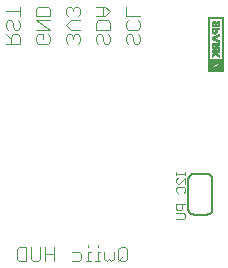
<source format=gbo>
G75*
%MOIN*%
%OFA0B0*%
%FSLAX25Y25*%
%IPPOS*%
%LPD*%
%AMOC8*
5,1,8,0,0,1.08239X$1,22.5*
%
%ADD10C,0.00400*%
%ADD11C,0.00300*%
%ADD12C,0.00600*%
%ADD13C,0.00039*%
D10*
X0184668Y0048467D02*
X0184668Y0051537D01*
X0185435Y0052304D01*
X0187737Y0052304D01*
X0187737Y0047700D01*
X0185435Y0047700D01*
X0184668Y0048467D01*
X0189272Y0048467D02*
X0189272Y0052304D01*
X0192341Y0052304D02*
X0192341Y0048467D01*
X0191574Y0047700D01*
X0190039Y0047700D01*
X0189272Y0048467D01*
X0193876Y0047700D02*
X0193876Y0052304D01*
X0193876Y0050002D02*
X0196945Y0050002D01*
X0196945Y0047700D02*
X0196945Y0052304D01*
X0203084Y0050769D02*
X0205386Y0050769D01*
X0206153Y0050002D01*
X0206153Y0048467D01*
X0205386Y0047700D01*
X0203084Y0047700D01*
X0207688Y0047700D02*
X0209222Y0047700D01*
X0208455Y0047700D02*
X0208455Y0050769D01*
X0209222Y0050769D01*
X0208455Y0052304D02*
X0208455Y0053071D01*
X0211524Y0053071D02*
X0211524Y0052304D01*
X0211524Y0050769D02*
X0211524Y0047700D01*
X0210757Y0047700D02*
X0212292Y0047700D01*
X0213826Y0048467D02*
X0214594Y0047700D01*
X0215361Y0048467D01*
X0216128Y0047700D01*
X0216896Y0048467D01*
X0216896Y0050769D01*
X0218430Y0051537D02*
X0218430Y0048467D01*
X0219197Y0047700D01*
X0220732Y0047700D01*
X0221499Y0048467D01*
X0221499Y0051537D01*
X0220732Y0052304D01*
X0219197Y0052304D01*
X0218430Y0051537D01*
X0213826Y0050769D02*
X0213826Y0048467D01*
X0212292Y0050769D02*
X0211524Y0050769D01*
X0218430Y0047700D02*
X0219965Y0049235D01*
X0221801Y0120200D02*
X0221033Y0120967D01*
X0221033Y0122502D01*
X0221801Y0123269D01*
X0222568Y0123269D01*
X0223335Y0122502D01*
X0223335Y0120967D01*
X0224103Y0120200D01*
X0224870Y0120200D01*
X0225637Y0120967D01*
X0225637Y0122502D01*
X0224870Y0123269D01*
X0224870Y0124804D02*
X0221801Y0124804D01*
X0221033Y0125571D01*
X0221033Y0127106D01*
X0221801Y0127873D01*
X0221033Y0129408D02*
X0221033Y0132477D01*
X0215637Y0130942D02*
X0214103Y0132477D01*
X0211033Y0132477D01*
X0213335Y0132477D02*
X0213335Y0129408D01*
X0214103Y0129408D02*
X0215637Y0130942D01*
X0214103Y0129408D02*
X0211033Y0129408D01*
X0211801Y0127873D02*
X0214870Y0127873D01*
X0215637Y0127106D01*
X0215637Y0124804D01*
X0211033Y0124804D01*
X0211033Y0127106D01*
X0211801Y0127873D01*
X0205637Y0127873D02*
X0202568Y0127873D01*
X0201033Y0126339D01*
X0202568Y0124804D01*
X0205637Y0124804D01*
X0204870Y0123269D02*
X0204103Y0123269D01*
X0203335Y0122502D01*
X0202568Y0123269D01*
X0201801Y0123269D01*
X0201033Y0122502D01*
X0201033Y0120967D01*
X0201801Y0120200D01*
X0203335Y0121735D02*
X0203335Y0122502D01*
X0204870Y0123269D02*
X0205637Y0122502D01*
X0205637Y0120967D01*
X0204870Y0120200D01*
X0211033Y0120967D02*
X0211801Y0120200D01*
X0211033Y0120967D02*
X0211033Y0122502D01*
X0211801Y0123269D01*
X0212568Y0123269D01*
X0213335Y0122502D01*
X0213335Y0120967D01*
X0214103Y0120200D01*
X0214870Y0120200D01*
X0215637Y0120967D01*
X0215637Y0122502D01*
X0214870Y0123269D01*
X0224870Y0124804D02*
X0225637Y0125571D01*
X0225637Y0127106D01*
X0224870Y0127873D01*
X0225637Y0129408D02*
X0221033Y0129408D01*
X0205637Y0130175D02*
X0205637Y0131710D01*
X0204870Y0132477D01*
X0204103Y0132477D01*
X0203335Y0131710D01*
X0202568Y0132477D01*
X0201801Y0132477D01*
X0201033Y0131710D01*
X0201033Y0130175D01*
X0201801Y0129408D01*
X0203335Y0130942D02*
X0203335Y0131710D01*
X0204870Y0129408D02*
X0205637Y0130175D01*
X0195637Y0129408D02*
X0195637Y0131710D01*
X0194870Y0132477D01*
X0191801Y0132477D01*
X0191033Y0131710D01*
X0191033Y0129408D01*
X0195637Y0129408D01*
X0195637Y0127873D02*
X0191033Y0127873D01*
X0195637Y0124804D01*
X0191033Y0124804D01*
X0191801Y0123269D02*
X0193335Y0123269D01*
X0193335Y0121735D01*
X0191801Y0123269D02*
X0191033Y0122502D01*
X0191033Y0120967D01*
X0191801Y0120200D01*
X0194870Y0120200D01*
X0195637Y0120967D01*
X0195637Y0122502D01*
X0194870Y0123269D01*
X0185637Y0122502D02*
X0185637Y0120200D01*
X0181033Y0120200D01*
X0182568Y0120200D02*
X0182568Y0122502D01*
X0183335Y0123269D01*
X0184870Y0123269D01*
X0185637Y0122502D01*
X0182568Y0121735D02*
X0181033Y0123269D01*
X0181801Y0124804D02*
X0181033Y0125571D01*
X0181033Y0127106D01*
X0181801Y0127873D01*
X0182568Y0127873D01*
X0183335Y0127106D01*
X0183335Y0125571D01*
X0184103Y0124804D01*
X0184870Y0124804D01*
X0185637Y0125571D01*
X0185637Y0127106D01*
X0184870Y0127873D01*
X0185637Y0129408D02*
X0185637Y0132477D01*
X0185637Y0130942D02*
X0181033Y0130942D01*
D11*
X0237781Y0077350D02*
X0237781Y0076383D01*
X0237781Y0076866D02*
X0240683Y0076866D01*
X0240683Y0076383D02*
X0240683Y0077350D01*
X0240683Y0075386D02*
X0238748Y0073451D01*
X0238265Y0073451D01*
X0237781Y0073934D01*
X0237781Y0074902D01*
X0238265Y0075386D01*
X0240683Y0075386D02*
X0240683Y0073451D01*
X0240200Y0072439D02*
X0240683Y0071955D01*
X0240683Y0070988D01*
X0240200Y0070504D01*
X0238265Y0070504D02*
X0237781Y0070988D01*
X0237781Y0071955D01*
X0238265Y0072439D01*
X0240200Y0072439D01*
X0240683Y0066546D02*
X0237781Y0066546D01*
X0237781Y0065095D01*
X0238265Y0064611D01*
X0239232Y0064611D01*
X0239716Y0065095D01*
X0239716Y0066546D01*
X0240200Y0063600D02*
X0240683Y0063116D01*
X0240683Y0062148D01*
X0240200Y0061665D01*
X0237781Y0061665D01*
X0237781Y0063600D02*
X0240200Y0063600D01*
D12*
X0241833Y0065000D02*
X0241833Y0075000D01*
X0241835Y0075083D01*
X0241841Y0075166D01*
X0241850Y0075249D01*
X0241864Y0075331D01*
X0241881Y0075412D01*
X0241902Y0075493D01*
X0241926Y0075572D01*
X0241955Y0075650D01*
X0241986Y0075727D01*
X0242022Y0075802D01*
X0242060Y0075876D01*
X0242103Y0075948D01*
X0242148Y0076017D01*
X0242197Y0076085D01*
X0242248Y0076150D01*
X0242303Y0076213D01*
X0242360Y0076273D01*
X0242420Y0076330D01*
X0242483Y0076385D01*
X0242548Y0076436D01*
X0242616Y0076485D01*
X0242685Y0076530D01*
X0242757Y0076573D01*
X0242831Y0076611D01*
X0242906Y0076647D01*
X0242983Y0076678D01*
X0243061Y0076707D01*
X0243140Y0076731D01*
X0243221Y0076752D01*
X0243302Y0076769D01*
X0243384Y0076783D01*
X0243467Y0076792D01*
X0243550Y0076798D01*
X0243633Y0076800D01*
X0248033Y0076800D01*
X0248116Y0076798D01*
X0248199Y0076792D01*
X0248282Y0076783D01*
X0248364Y0076769D01*
X0248445Y0076752D01*
X0248526Y0076731D01*
X0248605Y0076707D01*
X0248683Y0076678D01*
X0248760Y0076647D01*
X0248835Y0076611D01*
X0248909Y0076573D01*
X0248981Y0076530D01*
X0249050Y0076485D01*
X0249118Y0076436D01*
X0249183Y0076385D01*
X0249246Y0076330D01*
X0249306Y0076273D01*
X0249363Y0076213D01*
X0249418Y0076150D01*
X0249469Y0076085D01*
X0249518Y0076017D01*
X0249563Y0075948D01*
X0249606Y0075876D01*
X0249644Y0075802D01*
X0249680Y0075727D01*
X0249711Y0075650D01*
X0249740Y0075572D01*
X0249764Y0075493D01*
X0249785Y0075412D01*
X0249802Y0075331D01*
X0249816Y0075249D01*
X0249825Y0075166D01*
X0249831Y0075083D01*
X0249833Y0075000D01*
X0249833Y0065000D01*
X0249831Y0064917D01*
X0249825Y0064834D01*
X0249816Y0064751D01*
X0249802Y0064669D01*
X0249785Y0064588D01*
X0249764Y0064507D01*
X0249740Y0064428D01*
X0249711Y0064350D01*
X0249680Y0064273D01*
X0249644Y0064198D01*
X0249606Y0064124D01*
X0249563Y0064052D01*
X0249518Y0063983D01*
X0249469Y0063915D01*
X0249418Y0063850D01*
X0249363Y0063787D01*
X0249306Y0063727D01*
X0249246Y0063670D01*
X0249183Y0063615D01*
X0249118Y0063564D01*
X0249050Y0063515D01*
X0248981Y0063470D01*
X0248909Y0063427D01*
X0248835Y0063389D01*
X0248760Y0063353D01*
X0248683Y0063322D01*
X0248605Y0063293D01*
X0248526Y0063269D01*
X0248445Y0063248D01*
X0248364Y0063231D01*
X0248282Y0063217D01*
X0248199Y0063208D01*
X0248116Y0063202D01*
X0248033Y0063200D01*
X0243633Y0063200D01*
X0243550Y0063202D01*
X0243467Y0063208D01*
X0243384Y0063217D01*
X0243302Y0063231D01*
X0243221Y0063248D01*
X0243140Y0063269D01*
X0243061Y0063293D01*
X0242983Y0063322D01*
X0242906Y0063353D01*
X0242831Y0063389D01*
X0242757Y0063427D01*
X0242685Y0063470D01*
X0242616Y0063515D01*
X0242548Y0063564D01*
X0242483Y0063615D01*
X0242420Y0063670D01*
X0242360Y0063727D01*
X0242303Y0063787D01*
X0242248Y0063850D01*
X0242197Y0063915D01*
X0242148Y0063983D01*
X0242103Y0064052D01*
X0242060Y0064124D01*
X0242022Y0064198D01*
X0241986Y0064273D01*
X0241955Y0064350D01*
X0241926Y0064428D01*
X0241902Y0064507D01*
X0241881Y0064588D01*
X0241864Y0064669D01*
X0241850Y0064751D01*
X0241841Y0064834D01*
X0241835Y0064917D01*
X0241833Y0065000D01*
D13*
X0248342Y0111000D02*
X0248342Y0129000D01*
X0253325Y0129000D01*
X0253325Y0115183D01*
X0253325Y0111000D01*
X0251076Y0111000D01*
X0251076Y0112510D01*
X0252041Y0111851D01*
X0252041Y0112476D01*
X0251213Y0113018D01*
X0252041Y0113563D01*
X0252041Y0114166D01*
X0251076Y0113504D01*
X0251076Y0115021D01*
X0252862Y0115021D01*
X0252862Y0115183D01*
X0253325Y0115183D01*
X0252862Y0115183D01*
X0252862Y0128537D01*
X0248805Y0128537D01*
X0248805Y0115021D01*
X0251076Y0115021D01*
X0251076Y0113504D01*
X0250814Y0113324D01*
X0249627Y0114130D01*
X0249627Y0113509D01*
X0250410Y0113002D01*
X0249627Y0112490D01*
X0249627Y0111887D01*
X0250806Y0112694D01*
X0251076Y0112510D01*
X0251076Y0111000D01*
X0248342Y0111000D01*
X0248342Y0111027D02*
X0251076Y0111027D01*
X0253325Y0111027D01*
X0253325Y0111065D02*
X0251076Y0111065D01*
X0248342Y0111065D01*
X0248342Y0111103D02*
X0251076Y0111103D01*
X0253325Y0111103D01*
X0253325Y0111141D02*
X0251076Y0111141D01*
X0248342Y0111141D01*
X0248342Y0111179D02*
X0251076Y0111179D01*
X0253325Y0111179D01*
X0253325Y0111217D02*
X0251076Y0111217D01*
X0248342Y0111217D01*
X0248342Y0111255D02*
X0251076Y0111255D01*
X0253325Y0111255D01*
X0253325Y0111292D02*
X0251076Y0111292D01*
X0248342Y0111292D01*
X0248342Y0111330D02*
X0251076Y0111330D01*
X0253325Y0111330D01*
X0253325Y0111368D02*
X0251076Y0111368D01*
X0248342Y0111368D01*
X0248342Y0111406D02*
X0251076Y0111406D01*
X0253325Y0111406D01*
X0253325Y0111444D02*
X0251076Y0111444D01*
X0248342Y0111444D01*
X0248342Y0111482D02*
X0251076Y0111482D01*
X0253325Y0111482D01*
X0253325Y0111520D02*
X0251076Y0111520D01*
X0248342Y0111520D01*
X0248342Y0111558D02*
X0251076Y0111558D01*
X0253325Y0111558D01*
X0253325Y0111595D02*
X0251076Y0111595D01*
X0248342Y0111595D01*
X0248342Y0111633D02*
X0251076Y0111633D01*
X0253325Y0111633D01*
X0253325Y0111671D02*
X0251076Y0111671D01*
X0248342Y0111671D01*
X0248342Y0111709D02*
X0251076Y0111709D01*
X0253325Y0111709D01*
X0253325Y0111747D02*
X0251076Y0111747D01*
X0248342Y0111747D01*
X0248342Y0111785D02*
X0251076Y0111785D01*
X0253325Y0111785D01*
X0253325Y0111823D02*
X0251076Y0111823D01*
X0248342Y0111823D01*
X0248342Y0111861D02*
X0251076Y0111861D01*
X0252028Y0111861D01*
X0252041Y0111861D02*
X0253325Y0111861D01*
X0253325Y0111899D02*
X0252041Y0111899D01*
X0252041Y0111936D02*
X0253325Y0111936D01*
X0253325Y0111974D02*
X0252041Y0111974D01*
X0252041Y0112012D02*
X0253325Y0112012D01*
X0253325Y0112050D02*
X0252041Y0112050D01*
X0252041Y0112088D02*
X0253325Y0112088D01*
X0253325Y0112126D02*
X0252041Y0112126D01*
X0252041Y0112164D02*
X0253325Y0112164D01*
X0253325Y0112202D02*
X0252041Y0112202D01*
X0252041Y0112239D02*
X0253325Y0112239D01*
X0253325Y0112277D02*
X0252041Y0112277D01*
X0252041Y0112315D02*
X0253325Y0112315D01*
X0253325Y0112353D02*
X0252041Y0112353D01*
X0252041Y0112391D02*
X0253325Y0112391D01*
X0253325Y0112429D02*
X0252041Y0112429D01*
X0252041Y0112467D02*
X0253325Y0112467D01*
X0253325Y0112505D02*
X0251997Y0112505D01*
X0251939Y0112543D02*
X0253325Y0112543D01*
X0253325Y0112580D02*
X0251882Y0112580D01*
X0251824Y0112618D02*
X0253325Y0112618D01*
X0253325Y0112656D02*
X0251766Y0112656D01*
X0251708Y0112694D02*
X0253325Y0112694D01*
X0253325Y0112732D02*
X0251650Y0112732D01*
X0251592Y0112770D02*
X0253325Y0112770D01*
X0253325Y0112808D02*
X0251534Y0112808D01*
X0251476Y0112846D02*
X0253325Y0112846D01*
X0253325Y0112883D02*
X0251418Y0112883D01*
X0251361Y0112921D02*
X0253325Y0112921D01*
X0253325Y0112959D02*
X0251303Y0112959D01*
X0251245Y0112997D02*
X0253325Y0112997D01*
X0253325Y0113035D02*
X0251239Y0113035D01*
X0251297Y0113073D02*
X0253325Y0113073D01*
X0253325Y0113111D02*
X0251354Y0113111D01*
X0251412Y0113149D02*
X0253325Y0113149D01*
X0253325Y0113187D02*
X0251469Y0113187D01*
X0251527Y0113224D02*
X0253325Y0113224D01*
X0253325Y0113262D02*
X0251584Y0113262D01*
X0251642Y0113300D02*
X0253325Y0113300D01*
X0253325Y0113338D02*
X0251699Y0113338D01*
X0251757Y0113376D02*
X0253325Y0113376D01*
X0253325Y0113414D02*
X0251814Y0113414D01*
X0251872Y0113452D02*
X0253325Y0113452D01*
X0253325Y0113490D02*
X0251929Y0113490D01*
X0251987Y0113527D02*
X0253325Y0113527D01*
X0253325Y0113565D02*
X0252041Y0113565D01*
X0252041Y0113603D02*
X0253325Y0113603D01*
X0253325Y0113641D02*
X0252041Y0113641D01*
X0252041Y0113679D02*
X0253325Y0113679D01*
X0253325Y0113717D02*
X0252041Y0113717D01*
X0252041Y0113755D02*
X0253325Y0113755D01*
X0253325Y0113793D02*
X0252041Y0113793D01*
X0252041Y0113830D02*
X0253325Y0113830D01*
X0253325Y0113868D02*
X0252041Y0113868D01*
X0252041Y0113906D02*
X0253325Y0113906D01*
X0253325Y0113944D02*
X0252041Y0113944D01*
X0252041Y0113982D02*
X0253325Y0113982D01*
X0253325Y0114020D02*
X0252041Y0114020D01*
X0252041Y0114058D02*
X0253325Y0114058D01*
X0253325Y0114096D02*
X0252041Y0114096D01*
X0252041Y0114134D02*
X0253325Y0114134D01*
X0253325Y0114171D02*
X0251076Y0114171D01*
X0248342Y0114171D01*
X0248342Y0114134D02*
X0251076Y0114134D01*
X0251994Y0114134D01*
X0251938Y0114096D02*
X0251076Y0114096D01*
X0249678Y0114096D01*
X0249627Y0114096D02*
X0248342Y0114096D01*
X0248342Y0114058D02*
X0249627Y0114058D01*
X0249627Y0114020D02*
X0248342Y0114020D01*
X0248342Y0113982D02*
X0249627Y0113982D01*
X0249627Y0113944D02*
X0248342Y0113944D01*
X0248342Y0113906D02*
X0249627Y0113906D01*
X0249627Y0113868D02*
X0248342Y0113868D01*
X0248342Y0113830D02*
X0249627Y0113830D01*
X0249627Y0113793D02*
X0248342Y0113793D01*
X0248342Y0113755D02*
X0249627Y0113755D01*
X0249627Y0113717D02*
X0248342Y0113717D01*
X0248342Y0113679D02*
X0249627Y0113679D01*
X0249627Y0113641D02*
X0248342Y0113641D01*
X0248342Y0113603D02*
X0249627Y0113603D01*
X0249627Y0113565D02*
X0248342Y0113565D01*
X0248342Y0113527D02*
X0249627Y0113527D01*
X0249658Y0113490D02*
X0248342Y0113490D01*
X0248342Y0113452D02*
X0249716Y0113452D01*
X0249774Y0113414D02*
X0248342Y0113414D01*
X0248342Y0113376D02*
X0249833Y0113376D01*
X0249891Y0113338D02*
X0248342Y0113338D01*
X0248342Y0113300D02*
X0249950Y0113300D01*
X0250008Y0113262D02*
X0248342Y0113262D01*
X0248342Y0113224D02*
X0250067Y0113224D01*
X0250125Y0113187D02*
X0248342Y0113187D01*
X0248342Y0113149D02*
X0250184Y0113149D01*
X0250242Y0113111D02*
X0248342Y0113111D01*
X0248342Y0113073D02*
X0250300Y0113073D01*
X0250359Y0113035D02*
X0248342Y0113035D01*
X0248342Y0112997D02*
X0250403Y0112997D01*
X0250345Y0112959D02*
X0248342Y0112959D01*
X0248342Y0112921D02*
X0250287Y0112921D01*
X0250229Y0112883D02*
X0248342Y0112883D01*
X0248342Y0112846D02*
X0250171Y0112846D01*
X0250113Y0112808D02*
X0248342Y0112808D01*
X0248342Y0112770D02*
X0250055Y0112770D01*
X0249997Y0112732D02*
X0248342Y0112732D01*
X0248342Y0112694D02*
X0249939Y0112694D01*
X0249881Y0112656D02*
X0248342Y0112656D01*
X0248342Y0112618D02*
X0249823Y0112618D01*
X0249765Y0112580D02*
X0248342Y0112580D01*
X0248342Y0112543D02*
X0249707Y0112543D01*
X0249649Y0112505D02*
X0248342Y0112505D01*
X0248342Y0112467D02*
X0249627Y0112467D01*
X0249627Y0112429D02*
X0248342Y0112429D01*
X0248342Y0112391D02*
X0249627Y0112391D01*
X0249627Y0112353D02*
X0248342Y0112353D01*
X0248342Y0112315D02*
X0249627Y0112315D01*
X0249627Y0112277D02*
X0248342Y0112277D01*
X0248342Y0112239D02*
X0249627Y0112239D01*
X0249627Y0112202D02*
X0248342Y0112202D01*
X0248342Y0112164D02*
X0249627Y0112164D01*
X0249627Y0112126D02*
X0248342Y0112126D01*
X0248342Y0112088D02*
X0249627Y0112088D01*
X0249627Y0112050D02*
X0248342Y0112050D01*
X0248342Y0112012D02*
X0249627Y0112012D01*
X0249627Y0111974D02*
X0248342Y0111974D01*
X0248342Y0111936D02*
X0249627Y0111936D01*
X0249627Y0111899D02*
X0248342Y0111899D01*
X0249644Y0111899D02*
X0251076Y0111899D01*
X0251972Y0111899D01*
X0251916Y0111936D02*
X0251076Y0111936D01*
X0249699Y0111936D01*
X0249754Y0111974D02*
X0251076Y0111974D01*
X0251861Y0111974D01*
X0251805Y0112012D02*
X0251076Y0112012D01*
X0249810Y0112012D01*
X0249865Y0112050D02*
X0251076Y0112050D01*
X0251750Y0112050D01*
X0251694Y0112088D02*
X0251076Y0112088D01*
X0249921Y0112088D01*
X0249976Y0112126D02*
X0251076Y0112126D01*
X0251639Y0112126D01*
X0251583Y0112164D02*
X0251076Y0112164D01*
X0250031Y0112164D01*
X0250087Y0112202D02*
X0251076Y0112202D01*
X0251528Y0112202D01*
X0251472Y0112239D02*
X0251076Y0112239D01*
X0250142Y0112239D01*
X0250197Y0112277D02*
X0251076Y0112277D01*
X0251417Y0112277D01*
X0251361Y0112315D02*
X0251076Y0112315D01*
X0250253Y0112315D01*
X0250308Y0112353D02*
X0251076Y0112353D01*
X0251306Y0112353D01*
X0251250Y0112391D02*
X0251076Y0112391D01*
X0250364Y0112391D01*
X0250419Y0112429D02*
X0251076Y0112429D01*
X0251195Y0112429D01*
X0251139Y0112467D02*
X0251076Y0112467D01*
X0250474Y0112467D01*
X0250530Y0112505D02*
X0251076Y0112505D01*
X0251083Y0112505D01*
X0251028Y0112543D02*
X0250585Y0112543D01*
X0250641Y0112580D02*
X0250972Y0112580D01*
X0250917Y0112618D02*
X0250696Y0112618D01*
X0250751Y0112656D02*
X0250861Y0112656D01*
X0250834Y0113338D02*
X0250793Y0113338D01*
X0250737Y0113376D02*
X0250890Y0113376D01*
X0250945Y0113414D02*
X0250681Y0113414D01*
X0250625Y0113452D02*
X0251000Y0113452D01*
X0251055Y0113490D02*
X0250570Y0113490D01*
X0250514Y0113527D02*
X0251076Y0113527D01*
X0251110Y0113527D01*
X0251076Y0113565D02*
X0251166Y0113565D01*
X0251221Y0113603D02*
X0251076Y0113603D01*
X0250403Y0113603D01*
X0250458Y0113565D02*
X0251076Y0113565D01*
X0251076Y0113641D02*
X0251276Y0113641D01*
X0251331Y0113679D02*
X0251076Y0113679D01*
X0250291Y0113679D01*
X0250235Y0113717D02*
X0251076Y0113717D01*
X0251386Y0113717D01*
X0251442Y0113755D02*
X0251076Y0113755D01*
X0250180Y0113755D01*
X0250124Y0113793D02*
X0251076Y0113793D01*
X0251497Y0113793D01*
X0251552Y0113830D02*
X0251076Y0113830D01*
X0250068Y0113830D01*
X0250012Y0113868D02*
X0251076Y0113868D01*
X0251607Y0113868D01*
X0251662Y0113906D02*
X0251076Y0113906D01*
X0249957Y0113906D01*
X0249901Y0113944D02*
X0251076Y0113944D01*
X0251718Y0113944D01*
X0251773Y0113982D02*
X0251076Y0113982D01*
X0249845Y0113982D01*
X0249790Y0114020D02*
X0251076Y0114020D01*
X0251828Y0114020D01*
X0251883Y0114058D02*
X0251076Y0114058D01*
X0249734Y0114058D01*
X0250347Y0113641D02*
X0251076Y0113641D01*
X0251076Y0114209D02*
X0248342Y0114209D01*
X0248342Y0114247D02*
X0251076Y0114247D01*
X0253325Y0114247D01*
X0253325Y0114209D02*
X0251076Y0114209D01*
X0251076Y0114285D02*
X0253325Y0114285D01*
X0253325Y0114323D02*
X0251076Y0114323D01*
X0248342Y0114323D01*
X0248342Y0114361D02*
X0251076Y0114361D01*
X0253325Y0114361D01*
X0253325Y0114399D02*
X0251076Y0114399D01*
X0248342Y0114399D01*
X0248342Y0114437D02*
X0251076Y0114437D01*
X0253325Y0114437D01*
X0253325Y0114474D02*
X0251076Y0114474D01*
X0248342Y0114474D01*
X0248342Y0114512D02*
X0251076Y0114512D01*
X0253325Y0114512D01*
X0253325Y0114550D02*
X0251076Y0114550D01*
X0248342Y0114550D01*
X0248342Y0114588D02*
X0251076Y0114588D01*
X0253325Y0114588D01*
X0253325Y0114626D02*
X0251076Y0114626D01*
X0248342Y0114626D01*
X0248342Y0114664D02*
X0251076Y0114664D01*
X0253325Y0114664D01*
X0253325Y0114702D02*
X0251076Y0114702D01*
X0248342Y0114702D01*
X0248342Y0114740D02*
X0251076Y0114740D01*
X0253325Y0114740D01*
X0253325Y0114778D02*
X0251076Y0114778D01*
X0248342Y0114778D01*
X0248342Y0114815D02*
X0251076Y0114815D01*
X0253325Y0114815D01*
X0253325Y0114853D02*
X0251076Y0114853D01*
X0248342Y0114853D01*
X0248342Y0114891D02*
X0251076Y0114891D01*
X0253325Y0114891D01*
X0253325Y0114929D02*
X0251076Y0114929D01*
X0248342Y0114929D01*
X0248342Y0114967D02*
X0251076Y0114967D01*
X0253325Y0114967D01*
X0253325Y0115005D02*
X0251076Y0115005D01*
X0248342Y0115005D01*
X0248342Y0115043D02*
X0248805Y0115043D01*
X0248805Y0115081D02*
X0248342Y0115081D01*
X0248342Y0115118D02*
X0248805Y0115118D01*
X0248805Y0115156D02*
X0248342Y0115156D01*
X0248342Y0115194D02*
X0248805Y0115194D01*
X0248805Y0115232D02*
X0248342Y0115232D01*
X0248342Y0115270D02*
X0248805Y0115270D01*
X0248805Y0115308D02*
X0248342Y0115308D01*
X0248342Y0115346D02*
X0248805Y0115346D01*
X0248805Y0115384D02*
X0248342Y0115384D01*
X0248342Y0115422D02*
X0248805Y0115422D01*
X0248805Y0115459D02*
X0248342Y0115459D01*
X0248342Y0115497D02*
X0248805Y0115497D01*
X0248805Y0115535D02*
X0248342Y0115535D01*
X0248342Y0115573D02*
X0248805Y0115573D01*
X0248805Y0115611D02*
X0248342Y0115611D01*
X0248342Y0115649D02*
X0248805Y0115649D01*
X0248805Y0115687D02*
X0248342Y0115687D01*
X0248342Y0115725D02*
X0248805Y0115725D01*
X0248805Y0115762D02*
X0248342Y0115762D01*
X0248342Y0115800D02*
X0248805Y0115800D01*
X0248805Y0115838D02*
X0248342Y0115838D01*
X0248342Y0115876D02*
X0248805Y0115876D01*
X0248805Y0115914D02*
X0248342Y0115914D01*
X0248342Y0115952D02*
X0248805Y0115952D01*
X0248805Y0115990D02*
X0248342Y0115990D01*
X0248342Y0116028D02*
X0248805Y0116028D01*
X0248805Y0116066D02*
X0248342Y0116066D01*
X0248342Y0116103D02*
X0248805Y0116103D01*
X0248805Y0116141D02*
X0248342Y0116141D01*
X0248342Y0116179D02*
X0248805Y0116179D01*
X0248805Y0116217D02*
X0248342Y0116217D01*
X0248342Y0116255D02*
X0248805Y0116255D01*
X0248805Y0116293D02*
X0248342Y0116293D01*
X0248342Y0116331D02*
X0248805Y0116331D01*
X0248805Y0116369D02*
X0248342Y0116369D01*
X0248342Y0116406D02*
X0248805Y0116406D01*
X0248805Y0116444D02*
X0248342Y0116444D01*
X0248342Y0116482D02*
X0248805Y0116482D01*
X0248805Y0116520D02*
X0248342Y0116520D01*
X0248342Y0116558D02*
X0248805Y0116558D01*
X0248805Y0116596D02*
X0248342Y0116596D01*
X0248342Y0116634D02*
X0248805Y0116634D01*
X0248805Y0116672D02*
X0248342Y0116672D01*
X0248342Y0116709D02*
X0248805Y0116709D01*
X0248805Y0116747D02*
X0248342Y0116747D01*
X0248342Y0116785D02*
X0248805Y0116785D01*
X0248805Y0116823D02*
X0248342Y0116823D01*
X0248342Y0116861D02*
X0248805Y0116861D01*
X0248805Y0116899D02*
X0248342Y0116899D01*
X0248342Y0116937D02*
X0248805Y0116937D01*
X0248805Y0116975D02*
X0248342Y0116975D01*
X0248342Y0117013D02*
X0248805Y0117013D01*
X0248805Y0117050D02*
X0248342Y0117050D01*
X0248342Y0117088D02*
X0248805Y0117088D01*
X0248805Y0117126D02*
X0248342Y0117126D01*
X0248342Y0117164D02*
X0248805Y0117164D01*
X0248805Y0117202D02*
X0248342Y0117202D01*
X0248342Y0117240D02*
X0248805Y0117240D01*
X0248805Y0117278D02*
X0248342Y0117278D01*
X0248342Y0117316D02*
X0248805Y0117316D01*
X0248805Y0117353D02*
X0248342Y0117353D01*
X0248342Y0117391D02*
X0248805Y0117391D01*
X0248805Y0117429D02*
X0248342Y0117429D01*
X0248342Y0117467D02*
X0248805Y0117467D01*
X0248805Y0117505D02*
X0248342Y0117505D01*
X0248342Y0117543D02*
X0248805Y0117543D01*
X0248805Y0117581D02*
X0248342Y0117581D01*
X0248342Y0117619D02*
X0248805Y0117619D01*
X0248805Y0117657D02*
X0248342Y0117657D01*
X0248342Y0117694D02*
X0248805Y0117694D01*
X0248805Y0117732D02*
X0248342Y0117732D01*
X0248342Y0117770D02*
X0248805Y0117770D01*
X0248805Y0117808D02*
X0248342Y0117808D01*
X0248342Y0117846D02*
X0248805Y0117846D01*
X0248805Y0117884D02*
X0248342Y0117884D01*
X0248342Y0117922D02*
X0248805Y0117922D01*
X0248805Y0117960D02*
X0248342Y0117960D01*
X0248342Y0117997D02*
X0248805Y0117997D01*
X0248805Y0118035D02*
X0248342Y0118035D01*
X0248342Y0118073D02*
X0248805Y0118073D01*
X0248805Y0118111D02*
X0248342Y0118111D01*
X0248342Y0118149D02*
X0248805Y0118149D01*
X0248805Y0118187D02*
X0248342Y0118187D01*
X0248342Y0118225D02*
X0248805Y0118225D01*
X0248805Y0118263D02*
X0248342Y0118263D01*
X0248342Y0118301D02*
X0248805Y0118301D01*
X0248805Y0118338D02*
X0248342Y0118338D01*
X0248342Y0118376D02*
X0248805Y0118376D01*
X0248805Y0118414D02*
X0248342Y0118414D01*
X0248342Y0118452D02*
X0248805Y0118452D01*
X0248805Y0118490D02*
X0248342Y0118490D01*
X0248342Y0118528D02*
X0248805Y0118528D01*
X0248805Y0118566D02*
X0248342Y0118566D01*
X0248342Y0118604D02*
X0248805Y0118604D01*
X0248805Y0118641D02*
X0248342Y0118641D01*
X0248342Y0118679D02*
X0248805Y0118679D01*
X0248805Y0118717D02*
X0248342Y0118717D01*
X0248342Y0118755D02*
X0248805Y0118755D01*
X0248805Y0118793D02*
X0248342Y0118793D01*
X0248342Y0118831D02*
X0248805Y0118831D01*
X0248805Y0118869D02*
X0248342Y0118869D01*
X0248342Y0118907D02*
X0248805Y0118907D01*
X0248805Y0118944D02*
X0248342Y0118944D01*
X0248342Y0118982D02*
X0248805Y0118982D01*
X0248805Y0119020D02*
X0248342Y0119020D01*
X0248342Y0119058D02*
X0248805Y0119058D01*
X0248805Y0119096D02*
X0248342Y0119096D01*
X0248342Y0119134D02*
X0248805Y0119134D01*
X0248805Y0119172D02*
X0248342Y0119172D01*
X0248342Y0119210D02*
X0248805Y0119210D01*
X0248805Y0119248D02*
X0248342Y0119248D01*
X0248342Y0119285D02*
X0248805Y0119285D01*
X0248805Y0119323D02*
X0248342Y0119323D01*
X0248342Y0119361D02*
X0248805Y0119361D01*
X0248805Y0119399D02*
X0248342Y0119399D01*
X0248342Y0119437D02*
X0248805Y0119437D01*
X0248805Y0119475D02*
X0248342Y0119475D01*
X0248342Y0119513D02*
X0248805Y0119513D01*
X0248805Y0119551D02*
X0248342Y0119551D01*
X0248342Y0119588D02*
X0248805Y0119588D01*
X0248805Y0119626D02*
X0248342Y0119626D01*
X0248342Y0119664D02*
X0248805Y0119664D01*
X0248805Y0119702D02*
X0248342Y0119702D01*
X0248342Y0119740D02*
X0248805Y0119740D01*
X0248805Y0119778D02*
X0248342Y0119778D01*
X0248342Y0119816D02*
X0248805Y0119816D01*
X0248805Y0119854D02*
X0248342Y0119854D01*
X0248342Y0119892D02*
X0248805Y0119892D01*
X0248805Y0119929D02*
X0248342Y0119929D01*
X0248342Y0119967D02*
X0248805Y0119967D01*
X0248805Y0120005D02*
X0248342Y0120005D01*
X0248342Y0120043D02*
X0248805Y0120043D01*
X0248805Y0120081D02*
X0248342Y0120081D01*
X0248342Y0120119D02*
X0248805Y0120119D01*
X0248805Y0120157D02*
X0248342Y0120157D01*
X0248342Y0120195D02*
X0248805Y0120195D01*
X0248805Y0120232D02*
X0248342Y0120232D01*
X0248342Y0120270D02*
X0248805Y0120270D01*
X0248805Y0120308D02*
X0248342Y0120308D01*
X0248342Y0120346D02*
X0248805Y0120346D01*
X0248805Y0120384D02*
X0248342Y0120384D01*
X0248342Y0120422D02*
X0248805Y0120422D01*
X0248805Y0120460D02*
X0248342Y0120460D01*
X0248342Y0120498D02*
X0248805Y0120498D01*
X0248805Y0120536D02*
X0248342Y0120536D01*
X0248342Y0120573D02*
X0248805Y0120573D01*
X0248805Y0120611D02*
X0248342Y0120611D01*
X0248342Y0120649D02*
X0248805Y0120649D01*
X0248805Y0120687D02*
X0248342Y0120687D01*
X0248342Y0120725D02*
X0248805Y0120725D01*
X0248805Y0120763D02*
X0248342Y0120763D01*
X0248342Y0120801D02*
X0248805Y0120801D01*
X0248805Y0120839D02*
X0248342Y0120839D01*
X0248342Y0120876D02*
X0248805Y0120876D01*
X0248805Y0120914D02*
X0248342Y0120914D01*
X0248342Y0120952D02*
X0248805Y0120952D01*
X0248805Y0120990D02*
X0248342Y0120990D01*
X0248342Y0121028D02*
X0248805Y0121028D01*
X0248805Y0121066D02*
X0248342Y0121066D01*
X0248342Y0121104D02*
X0248805Y0121104D01*
X0248805Y0121142D02*
X0248342Y0121142D01*
X0248342Y0121179D02*
X0248805Y0121179D01*
X0248805Y0121217D02*
X0248342Y0121217D01*
X0248342Y0121255D02*
X0248805Y0121255D01*
X0248805Y0121293D02*
X0248342Y0121293D01*
X0248342Y0121331D02*
X0248805Y0121331D01*
X0248805Y0121369D02*
X0248342Y0121369D01*
X0248342Y0121407D02*
X0248805Y0121407D01*
X0248805Y0121445D02*
X0248342Y0121445D01*
X0248342Y0121483D02*
X0248805Y0121483D01*
X0248805Y0121520D02*
X0248342Y0121520D01*
X0248342Y0121558D02*
X0248805Y0121558D01*
X0248805Y0121596D02*
X0248342Y0121596D01*
X0248342Y0121634D02*
X0248805Y0121634D01*
X0248805Y0121672D02*
X0248342Y0121672D01*
X0248342Y0121710D02*
X0248805Y0121710D01*
X0248805Y0121748D02*
X0248342Y0121748D01*
X0248342Y0121786D02*
X0248805Y0121786D01*
X0248805Y0121823D02*
X0248342Y0121823D01*
X0248342Y0121861D02*
X0248805Y0121861D01*
X0248805Y0121899D02*
X0248342Y0121899D01*
X0248342Y0121937D02*
X0248805Y0121937D01*
X0248805Y0121975D02*
X0248342Y0121975D01*
X0248342Y0122013D02*
X0248805Y0122013D01*
X0248805Y0122051D02*
X0248342Y0122051D01*
X0248342Y0122089D02*
X0248805Y0122089D01*
X0248805Y0122127D02*
X0248342Y0122127D01*
X0248342Y0122164D02*
X0248805Y0122164D01*
X0248805Y0122202D02*
X0248342Y0122202D01*
X0248342Y0122240D02*
X0248805Y0122240D01*
X0248805Y0122278D02*
X0248342Y0122278D01*
X0248342Y0122316D02*
X0248805Y0122316D01*
X0248805Y0122354D02*
X0248342Y0122354D01*
X0248342Y0122392D02*
X0248805Y0122392D01*
X0248805Y0122430D02*
X0248342Y0122430D01*
X0248342Y0122467D02*
X0248805Y0122467D01*
X0248805Y0122505D02*
X0248342Y0122505D01*
X0248342Y0122543D02*
X0248805Y0122543D01*
X0248805Y0122581D02*
X0248342Y0122581D01*
X0248342Y0122619D02*
X0248805Y0122619D01*
X0248805Y0122657D02*
X0248342Y0122657D01*
X0248342Y0122695D02*
X0248805Y0122695D01*
X0248805Y0122733D02*
X0248342Y0122733D01*
X0248342Y0122771D02*
X0248805Y0122771D01*
X0248805Y0122808D02*
X0248342Y0122808D01*
X0248342Y0122846D02*
X0248805Y0122846D01*
X0248805Y0122884D02*
X0248342Y0122884D01*
X0248342Y0122922D02*
X0248805Y0122922D01*
X0248805Y0122960D02*
X0248342Y0122960D01*
X0248342Y0122998D02*
X0248805Y0122998D01*
X0248805Y0123036D02*
X0248342Y0123036D01*
X0248342Y0123074D02*
X0248805Y0123074D01*
X0248805Y0123111D02*
X0248342Y0123111D01*
X0248342Y0123149D02*
X0248805Y0123149D01*
X0248805Y0123187D02*
X0248342Y0123187D01*
X0248342Y0123225D02*
X0248805Y0123225D01*
X0248805Y0123263D02*
X0248342Y0123263D01*
X0248342Y0123301D02*
X0248805Y0123301D01*
X0248805Y0123339D02*
X0248342Y0123339D01*
X0248342Y0123377D02*
X0248805Y0123377D01*
X0248805Y0123414D02*
X0248342Y0123414D01*
X0248342Y0123452D02*
X0248805Y0123452D01*
X0248805Y0123490D02*
X0248342Y0123490D01*
X0248342Y0123528D02*
X0248805Y0123528D01*
X0248805Y0123566D02*
X0248342Y0123566D01*
X0248342Y0123604D02*
X0248805Y0123604D01*
X0248805Y0123642D02*
X0248342Y0123642D01*
X0248342Y0123680D02*
X0248805Y0123680D01*
X0248805Y0123718D02*
X0248342Y0123718D01*
X0248342Y0123755D02*
X0248805Y0123755D01*
X0248805Y0123793D02*
X0248342Y0123793D01*
X0248342Y0123831D02*
X0248805Y0123831D01*
X0248805Y0123869D02*
X0248342Y0123869D01*
X0248342Y0123907D02*
X0248805Y0123907D01*
X0248805Y0123945D02*
X0248342Y0123945D01*
X0248342Y0123983D02*
X0248805Y0123983D01*
X0248805Y0124021D02*
X0248342Y0124021D01*
X0248342Y0124058D02*
X0248805Y0124058D01*
X0248805Y0124096D02*
X0248342Y0124096D01*
X0248342Y0124134D02*
X0248805Y0124134D01*
X0248805Y0124172D02*
X0248342Y0124172D01*
X0248342Y0124210D02*
X0248805Y0124210D01*
X0248805Y0124248D02*
X0248342Y0124248D01*
X0248342Y0124286D02*
X0248805Y0124286D01*
X0248805Y0124324D02*
X0248342Y0124324D01*
X0248342Y0124362D02*
X0248805Y0124362D01*
X0248805Y0124399D02*
X0248342Y0124399D01*
X0248342Y0124437D02*
X0248805Y0124437D01*
X0248805Y0124475D02*
X0248342Y0124475D01*
X0248342Y0124513D02*
X0248805Y0124513D01*
X0248805Y0124551D02*
X0248342Y0124551D01*
X0248342Y0124589D02*
X0248805Y0124589D01*
X0248805Y0124627D02*
X0248342Y0124627D01*
X0248342Y0124665D02*
X0248805Y0124665D01*
X0248805Y0124702D02*
X0248342Y0124702D01*
X0248342Y0124740D02*
X0248805Y0124740D01*
X0248805Y0124778D02*
X0248342Y0124778D01*
X0248342Y0124816D02*
X0248805Y0124816D01*
X0248805Y0124854D02*
X0248342Y0124854D01*
X0248342Y0124892D02*
X0248805Y0124892D01*
X0248805Y0124930D02*
X0248342Y0124930D01*
X0248342Y0124968D02*
X0248805Y0124968D01*
X0248805Y0125006D02*
X0248342Y0125006D01*
X0248342Y0125043D02*
X0248805Y0125043D01*
X0248805Y0125081D02*
X0248342Y0125081D01*
X0248342Y0125119D02*
X0248805Y0125119D01*
X0248805Y0125157D02*
X0248342Y0125157D01*
X0248342Y0125195D02*
X0248805Y0125195D01*
X0248805Y0125233D02*
X0248342Y0125233D01*
X0248342Y0125271D02*
X0248805Y0125271D01*
X0248805Y0125309D02*
X0248342Y0125309D01*
X0248342Y0125346D02*
X0248805Y0125346D01*
X0248805Y0125384D02*
X0248342Y0125384D01*
X0248342Y0125422D02*
X0248805Y0125422D01*
X0248805Y0125460D02*
X0248342Y0125460D01*
X0248342Y0125498D02*
X0248805Y0125498D01*
X0248805Y0125536D02*
X0248342Y0125536D01*
X0248342Y0125574D02*
X0248805Y0125574D01*
X0248805Y0125612D02*
X0248342Y0125612D01*
X0248342Y0125649D02*
X0248805Y0125649D01*
X0248805Y0125687D02*
X0248342Y0125687D01*
X0248342Y0125725D02*
X0248805Y0125725D01*
X0248805Y0125763D02*
X0248342Y0125763D01*
X0248342Y0125801D02*
X0248805Y0125801D01*
X0248805Y0125839D02*
X0248342Y0125839D01*
X0248342Y0125877D02*
X0248805Y0125877D01*
X0248805Y0125915D02*
X0248342Y0125915D01*
X0248342Y0125953D02*
X0248805Y0125953D01*
X0248805Y0125990D02*
X0248342Y0125990D01*
X0248342Y0126028D02*
X0248805Y0126028D01*
X0248805Y0126066D02*
X0248342Y0126066D01*
X0248342Y0126104D02*
X0248805Y0126104D01*
X0248805Y0126142D02*
X0248342Y0126142D01*
X0248342Y0126180D02*
X0248805Y0126180D01*
X0248805Y0126218D02*
X0248342Y0126218D01*
X0248342Y0126256D02*
X0248805Y0126256D01*
X0248805Y0126293D02*
X0248342Y0126293D01*
X0248342Y0126331D02*
X0248805Y0126331D01*
X0248805Y0126369D02*
X0248342Y0126369D01*
X0248342Y0126407D02*
X0248805Y0126407D01*
X0248805Y0126445D02*
X0248342Y0126445D01*
X0248342Y0126483D02*
X0248805Y0126483D01*
X0248805Y0126521D02*
X0248342Y0126521D01*
X0248342Y0126559D02*
X0248805Y0126559D01*
X0248805Y0126597D02*
X0248342Y0126597D01*
X0248342Y0126634D02*
X0248805Y0126634D01*
X0248805Y0126672D02*
X0248342Y0126672D01*
X0248342Y0126710D02*
X0248805Y0126710D01*
X0248805Y0126748D02*
X0248342Y0126748D01*
X0248342Y0126786D02*
X0248805Y0126786D01*
X0248805Y0126824D02*
X0248342Y0126824D01*
X0248342Y0126862D02*
X0248805Y0126862D01*
X0248805Y0126900D02*
X0248342Y0126900D01*
X0248342Y0126937D02*
X0248805Y0126937D01*
X0248805Y0126975D02*
X0248342Y0126975D01*
X0248342Y0127013D02*
X0248805Y0127013D01*
X0248805Y0127051D02*
X0248342Y0127051D01*
X0248342Y0127089D02*
X0248805Y0127089D01*
X0248805Y0127127D02*
X0248342Y0127127D01*
X0248342Y0127165D02*
X0248805Y0127165D01*
X0248805Y0127203D02*
X0248342Y0127203D01*
X0248342Y0127241D02*
X0248805Y0127241D01*
X0248805Y0127278D02*
X0248342Y0127278D01*
X0248342Y0127316D02*
X0248805Y0127316D01*
X0248805Y0127354D02*
X0248342Y0127354D01*
X0248342Y0127392D02*
X0248805Y0127392D01*
X0248805Y0127430D02*
X0248342Y0127430D01*
X0248342Y0127468D02*
X0248805Y0127468D01*
X0248805Y0127506D02*
X0248342Y0127506D01*
X0248342Y0127544D02*
X0248805Y0127544D01*
X0248805Y0127581D02*
X0248342Y0127581D01*
X0248342Y0127619D02*
X0248805Y0127619D01*
X0248805Y0127657D02*
X0248342Y0127657D01*
X0248342Y0127695D02*
X0248805Y0127695D01*
X0248805Y0127733D02*
X0248342Y0127733D01*
X0248342Y0127771D02*
X0248805Y0127771D01*
X0248805Y0127809D02*
X0248342Y0127809D01*
X0248342Y0127847D02*
X0248805Y0127847D01*
X0248805Y0127884D02*
X0248342Y0127884D01*
X0248342Y0127922D02*
X0248805Y0127922D01*
X0248805Y0127960D02*
X0248342Y0127960D01*
X0248342Y0127998D02*
X0248805Y0127998D01*
X0248805Y0128036D02*
X0248342Y0128036D01*
X0248342Y0128074D02*
X0248805Y0128074D01*
X0248805Y0128112D02*
X0248342Y0128112D01*
X0248342Y0128150D02*
X0248805Y0128150D01*
X0248805Y0128188D02*
X0248342Y0128188D01*
X0248342Y0128225D02*
X0248805Y0128225D01*
X0248805Y0128263D02*
X0248342Y0128263D01*
X0248342Y0128301D02*
X0248805Y0128301D01*
X0248805Y0128339D02*
X0248342Y0128339D01*
X0248342Y0128377D02*
X0248805Y0128377D01*
X0248805Y0128415D02*
X0248342Y0128415D01*
X0248342Y0128453D02*
X0248805Y0128453D01*
X0248805Y0128491D02*
X0248342Y0128491D01*
X0248342Y0128528D02*
X0248805Y0128528D01*
X0248342Y0128566D02*
X0253325Y0128566D01*
X0253325Y0128528D02*
X0252862Y0128528D01*
X0252862Y0128491D02*
X0253325Y0128491D01*
X0253325Y0128453D02*
X0252862Y0128453D01*
X0252862Y0128415D02*
X0253325Y0128415D01*
X0253325Y0128377D02*
X0252862Y0128377D01*
X0252862Y0128339D02*
X0253325Y0128339D01*
X0253325Y0128301D02*
X0252862Y0128301D01*
X0252862Y0128263D02*
X0253325Y0128263D01*
X0253325Y0128225D02*
X0252862Y0128225D01*
X0252862Y0128188D02*
X0253325Y0128188D01*
X0253325Y0128150D02*
X0252862Y0128150D01*
X0252862Y0128112D02*
X0253325Y0128112D01*
X0253325Y0128074D02*
X0252862Y0128074D01*
X0252862Y0128036D02*
X0253325Y0128036D01*
X0253325Y0127998D02*
X0252862Y0127998D01*
X0252862Y0127960D02*
X0253325Y0127960D01*
X0253325Y0127922D02*
X0252862Y0127922D01*
X0252862Y0127884D02*
X0253325Y0127884D01*
X0253325Y0127847D02*
X0252862Y0127847D01*
X0252862Y0127809D02*
X0253325Y0127809D01*
X0253325Y0127771D02*
X0252862Y0127771D01*
X0252862Y0127733D02*
X0253325Y0127733D01*
X0253325Y0127695D02*
X0252862Y0127695D01*
X0252862Y0127657D02*
X0253325Y0127657D01*
X0253325Y0127619D02*
X0252862Y0127619D01*
X0252862Y0127581D02*
X0253325Y0127581D01*
X0253325Y0127544D02*
X0252862Y0127544D01*
X0252862Y0127506D02*
X0253325Y0127506D01*
X0253325Y0127468D02*
X0252862Y0127468D01*
X0252862Y0127430D02*
X0253325Y0127430D01*
X0253325Y0127392D02*
X0252862Y0127392D01*
X0252862Y0127354D02*
X0253325Y0127354D01*
X0253325Y0127316D02*
X0252862Y0127316D01*
X0252862Y0127278D02*
X0253325Y0127278D01*
X0253325Y0127241D02*
X0252862Y0127241D01*
X0252862Y0127203D02*
X0253325Y0127203D01*
X0253325Y0127165D02*
X0252862Y0127165D01*
X0252862Y0127127D02*
X0253325Y0127127D01*
X0253325Y0127089D02*
X0252862Y0127089D01*
X0252862Y0127051D02*
X0253325Y0127051D01*
X0253325Y0127013D02*
X0252862Y0127013D01*
X0252862Y0126975D02*
X0253325Y0126975D01*
X0253325Y0126937D02*
X0252862Y0126937D01*
X0252862Y0126900D02*
X0253325Y0126900D01*
X0253325Y0126862D02*
X0252862Y0126862D01*
X0252862Y0126824D02*
X0253325Y0126824D01*
X0253325Y0126786D02*
X0252862Y0126786D01*
X0252862Y0126748D02*
X0253325Y0126748D01*
X0253325Y0126710D02*
X0252862Y0126710D01*
X0252862Y0126672D02*
X0253325Y0126672D01*
X0253325Y0126634D02*
X0252862Y0126634D01*
X0252862Y0126597D02*
X0253325Y0126597D01*
X0253325Y0126559D02*
X0252862Y0126559D01*
X0252862Y0126521D02*
X0253325Y0126521D01*
X0253325Y0126483D02*
X0252862Y0126483D01*
X0252862Y0126445D02*
X0253325Y0126445D01*
X0253325Y0126407D02*
X0252862Y0126407D01*
X0252862Y0126369D02*
X0253325Y0126369D01*
X0253325Y0126331D02*
X0252862Y0126331D01*
X0252862Y0126293D02*
X0253325Y0126293D01*
X0253325Y0126256D02*
X0252862Y0126256D01*
X0252862Y0126218D02*
X0253325Y0126218D01*
X0253325Y0126180D02*
X0252862Y0126180D01*
X0252862Y0126142D02*
X0253325Y0126142D01*
X0253325Y0126104D02*
X0252862Y0126104D01*
X0252862Y0126066D02*
X0253325Y0126066D01*
X0253325Y0126028D02*
X0252862Y0126028D01*
X0252862Y0125990D02*
X0253325Y0125990D01*
X0253325Y0125953D02*
X0252862Y0125953D01*
X0252862Y0125915D02*
X0253325Y0125915D01*
X0253325Y0125877D02*
X0252862Y0125877D01*
X0252862Y0125839D02*
X0253325Y0125839D01*
X0253325Y0125801D02*
X0252862Y0125801D01*
X0252862Y0125763D02*
X0253325Y0125763D01*
X0253325Y0125725D02*
X0252862Y0125725D01*
X0252862Y0125687D02*
X0253325Y0125687D01*
X0253325Y0125649D02*
X0252862Y0125649D01*
X0252862Y0125612D02*
X0253325Y0125612D01*
X0253325Y0125574D02*
X0252862Y0125574D01*
X0252862Y0125536D02*
X0253325Y0125536D01*
X0253325Y0125498D02*
X0252862Y0125498D01*
X0252862Y0125460D02*
X0253325Y0125460D01*
X0253325Y0125422D02*
X0252862Y0125422D01*
X0252862Y0125384D02*
X0253325Y0125384D01*
X0253325Y0125346D02*
X0252862Y0125346D01*
X0252862Y0125309D02*
X0253325Y0125309D01*
X0253325Y0125271D02*
X0252862Y0125271D01*
X0252862Y0125233D02*
X0253325Y0125233D01*
X0253325Y0125195D02*
X0252862Y0125195D01*
X0252862Y0125157D02*
X0253325Y0125157D01*
X0253325Y0125119D02*
X0252862Y0125119D01*
X0252862Y0125081D02*
X0253325Y0125081D01*
X0253325Y0125043D02*
X0252862Y0125043D01*
X0252862Y0125006D02*
X0253325Y0125006D01*
X0253325Y0124968D02*
X0252862Y0124968D01*
X0252862Y0124930D02*
X0253325Y0124930D01*
X0253325Y0124892D02*
X0252862Y0124892D01*
X0252862Y0124854D02*
X0253325Y0124854D01*
X0253325Y0124816D02*
X0252862Y0124816D01*
X0252862Y0124778D02*
X0253325Y0124778D01*
X0253325Y0124740D02*
X0252862Y0124740D01*
X0252862Y0124702D02*
X0253325Y0124702D01*
X0253325Y0124665D02*
X0252862Y0124665D01*
X0252862Y0124627D02*
X0253325Y0124627D01*
X0253325Y0124589D02*
X0252862Y0124589D01*
X0252862Y0124551D02*
X0253325Y0124551D01*
X0253325Y0124513D02*
X0252862Y0124513D01*
X0252862Y0124475D02*
X0253325Y0124475D01*
X0253325Y0124437D02*
X0252862Y0124437D01*
X0252862Y0124399D02*
X0253325Y0124399D01*
X0253325Y0124362D02*
X0252862Y0124362D01*
X0252862Y0124324D02*
X0253325Y0124324D01*
X0253325Y0124286D02*
X0252862Y0124286D01*
X0252862Y0124248D02*
X0253325Y0124248D01*
X0253325Y0124210D02*
X0252862Y0124210D01*
X0252862Y0124172D02*
X0253325Y0124172D01*
X0253325Y0124134D02*
X0252862Y0124134D01*
X0252862Y0124096D02*
X0253325Y0124096D01*
X0253325Y0124058D02*
X0252862Y0124058D01*
X0252862Y0124021D02*
X0253325Y0124021D01*
X0253325Y0123983D02*
X0252862Y0123983D01*
X0252862Y0123945D02*
X0253325Y0123945D01*
X0253325Y0123907D02*
X0252862Y0123907D01*
X0252862Y0123869D02*
X0253325Y0123869D01*
X0253325Y0123831D02*
X0252862Y0123831D01*
X0252862Y0123793D02*
X0253325Y0123793D01*
X0253325Y0123755D02*
X0252862Y0123755D01*
X0252862Y0123718D02*
X0253325Y0123718D01*
X0253325Y0123680D02*
X0252862Y0123680D01*
X0252862Y0123642D02*
X0253325Y0123642D01*
X0253325Y0123604D02*
X0252862Y0123604D01*
X0252862Y0123566D02*
X0253325Y0123566D01*
X0253325Y0123528D02*
X0252862Y0123528D01*
X0252862Y0123490D02*
X0253325Y0123490D01*
X0253325Y0123452D02*
X0252862Y0123452D01*
X0252862Y0123414D02*
X0253325Y0123414D01*
X0253325Y0123377D02*
X0252862Y0123377D01*
X0252862Y0123339D02*
X0253325Y0123339D01*
X0253325Y0123301D02*
X0252862Y0123301D01*
X0252862Y0123263D02*
X0253325Y0123263D01*
X0253325Y0123225D02*
X0252862Y0123225D01*
X0252862Y0123187D02*
X0253325Y0123187D01*
X0253325Y0123149D02*
X0252862Y0123149D01*
X0252862Y0123111D02*
X0253325Y0123111D01*
X0253325Y0123074D02*
X0252862Y0123074D01*
X0252862Y0123036D02*
X0253325Y0123036D01*
X0253325Y0122998D02*
X0252862Y0122998D01*
X0252862Y0122960D02*
X0253325Y0122960D01*
X0253325Y0122922D02*
X0252862Y0122922D01*
X0252862Y0122884D02*
X0253325Y0122884D01*
X0253325Y0122846D02*
X0252862Y0122846D01*
X0252862Y0122808D02*
X0253325Y0122808D01*
X0253325Y0122771D02*
X0252862Y0122771D01*
X0252862Y0122733D02*
X0253325Y0122733D01*
X0253325Y0122695D02*
X0252862Y0122695D01*
X0252862Y0122657D02*
X0253325Y0122657D01*
X0253325Y0122619D02*
X0252862Y0122619D01*
X0252862Y0122581D02*
X0253325Y0122581D01*
X0253325Y0122543D02*
X0252862Y0122543D01*
X0252862Y0122505D02*
X0253325Y0122505D01*
X0253325Y0122467D02*
X0252862Y0122467D01*
X0252862Y0122430D02*
X0253325Y0122430D01*
X0253325Y0122392D02*
X0252862Y0122392D01*
X0252862Y0122354D02*
X0253325Y0122354D01*
X0253325Y0122316D02*
X0252862Y0122316D01*
X0252862Y0122278D02*
X0253325Y0122278D01*
X0253325Y0122240D02*
X0252862Y0122240D01*
X0252862Y0122202D02*
X0253325Y0122202D01*
X0253325Y0122164D02*
X0252862Y0122164D01*
X0252862Y0122127D02*
X0253325Y0122127D01*
X0253325Y0122089D02*
X0252862Y0122089D01*
X0252862Y0122051D02*
X0253325Y0122051D01*
X0253325Y0122013D02*
X0252862Y0122013D01*
X0252862Y0121975D02*
X0253325Y0121975D01*
X0253325Y0121937D02*
X0252862Y0121937D01*
X0252862Y0121899D02*
X0253325Y0121899D01*
X0253325Y0121861D02*
X0252862Y0121861D01*
X0252862Y0121823D02*
X0253325Y0121823D01*
X0253325Y0121786D02*
X0252862Y0121786D01*
X0252862Y0121748D02*
X0253325Y0121748D01*
X0253325Y0121710D02*
X0252862Y0121710D01*
X0252862Y0121672D02*
X0253325Y0121672D01*
X0253325Y0121634D02*
X0252862Y0121634D01*
X0252862Y0121596D02*
X0253325Y0121596D01*
X0253325Y0121558D02*
X0252862Y0121558D01*
X0252862Y0121520D02*
X0253325Y0121520D01*
X0253325Y0121483D02*
X0252862Y0121483D01*
X0252862Y0121445D02*
X0253325Y0121445D01*
X0253325Y0121407D02*
X0252862Y0121407D01*
X0252862Y0121369D02*
X0253325Y0121369D01*
X0253325Y0121331D02*
X0252862Y0121331D01*
X0252862Y0121293D02*
X0253325Y0121293D01*
X0253325Y0121255D02*
X0252862Y0121255D01*
X0252862Y0121217D02*
X0253325Y0121217D01*
X0253325Y0121179D02*
X0252862Y0121179D01*
X0252862Y0121142D02*
X0253325Y0121142D01*
X0253325Y0121104D02*
X0252862Y0121104D01*
X0252862Y0121066D02*
X0253325Y0121066D01*
X0253325Y0121028D02*
X0252862Y0121028D01*
X0252862Y0120990D02*
X0253325Y0120990D01*
X0253325Y0120952D02*
X0252862Y0120952D01*
X0252862Y0120914D02*
X0253325Y0120914D01*
X0253325Y0120876D02*
X0252862Y0120876D01*
X0252862Y0120839D02*
X0253325Y0120839D01*
X0253325Y0120801D02*
X0252862Y0120801D01*
X0252862Y0120763D02*
X0253325Y0120763D01*
X0253325Y0120725D02*
X0252862Y0120725D01*
X0252862Y0120687D02*
X0253325Y0120687D01*
X0253325Y0120649D02*
X0252862Y0120649D01*
X0252862Y0120611D02*
X0253325Y0120611D01*
X0253325Y0120573D02*
X0252862Y0120573D01*
X0252862Y0120536D02*
X0253325Y0120536D01*
X0253325Y0120498D02*
X0252862Y0120498D01*
X0252862Y0120460D02*
X0253325Y0120460D01*
X0253325Y0120422D02*
X0252862Y0120422D01*
X0252862Y0120384D02*
X0253325Y0120384D01*
X0253325Y0120346D02*
X0252862Y0120346D01*
X0252862Y0120308D02*
X0253325Y0120308D01*
X0253325Y0120270D02*
X0252862Y0120270D01*
X0252862Y0120232D02*
X0253325Y0120232D01*
X0253325Y0120195D02*
X0252862Y0120195D01*
X0252862Y0120157D02*
X0253325Y0120157D01*
X0253325Y0120119D02*
X0252862Y0120119D01*
X0252862Y0120081D02*
X0253325Y0120081D01*
X0253325Y0120043D02*
X0252862Y0120043D01*
X0252862Y0120005D02*
X0253325Y0120005D01*
X0253325Y0119967D02*
X0252862Y0119967D01*
X0252862Y0119929D02*
X0253325Y0119929D01*
X0253325Y0119892D02*
X0252862Y0119892D01*
X0252862Y0119854D02*
X0253325Y0119854D01*
X0253325Y0119816D02*
X0252862Y0119816D01*
X0252862Y0119778D02*
X0253325Y0119778D01*
X0253325Y0119740D02*
X0252862Y0119740D01*
X0252862Y0119702D02*
X0253325Y0119702D01*
X0253325Y0119664D02*
X0252862Y0119664D01*
X0252862Y0119626D02*
X0253325Y0119626D01*
X0253325Y0119588D02*
X0252862Y0119588D01*
X0252862Y0119551D02*
X0253325Y0119551D01*
X0253325Y0119513D02*
X0252862Y0119513D01*
X0252862Y0119475D02*
X0253325Y0119475D01*
X0253325Y0119437D02*
X0252862Y0119437D01*
X0252862Y0119399D02*
X0253325Y0119399D01*
X0253325Y0119361D02*
X0252862Y0119361D01*
X0252862Y0119323D02*
X0253325Y0119323D01*
X0253325Y0119285D02*
X0252862Y0119285D01*
X0252862Y0119248D02*
X0253325Y0119248D01*
X0253325Y0119210D02*
X0252862Y0119210D01*
X0252862Y0119172D02*
X0253325Y0119172D01*
X0253325Y0119134D02*
X0252862Y0119134D01*
X0252862Y0119096D02*
X0253325Y0119096D01*
X0253325Y0119058D02*
X0252862Y0119058D01*
X0252862Y0119020D02*
X0253325Y0119020D01*
X0253325Y0118982D02*
X0252862Y0118982D01*
X0252862Y0118944D02*
X0253325Y0118944D01*
X0253325Y0118907D02*
X0252862Y0118907D01*
X0252862Y0118869D02*
X0253325Y0118869D01*
X0253325Y0118831D02*
X0252862Y0118831D01*
X0252862Y0118793D02*
X0253325Y0118793D01*
X0253325Y0118755D02*
X0252862Y0118755D01*
X0252862Y0118717D02*
X0253325Y0118717D01*
X0253325Y0118679D02*
X0252862Y0118679D01*
X0252862Y0118641D02*
X0253325Y0118641D01*
X0253325Y0118604D02*
X0252862Y0118604D01*
X0252862Y0118566D02*
X0253325Y0118566D01*
X0253325Y0118528D02*
X0252862Y0118528D01*
X0252862Y0118490D02*
X0253325Y0118490D01*
X0253325Y0118452D02*
X0252862Y0118452D01*
X0252862Y0118414D02*
X0253325Y0118414D01*
X0253325Y0118376D02*
X0252862Y0118376D01*
X0252862Y0118338D02*
X0253325Y0118338D01*
X0253325Y0118301D02*
X0252862Y0118301D01*
X0252862Y0118263D02*
X0253325Y0118263D01*
X0253325Y0118225D02*
X0252862Y0118225D01*
X0252862Y0118187D02*
X0253325Y0118187D01*
X0253325Y0118149D02*
X0252862Y0118149D01*
X0252862Y0118111D02*
X0253325Y0118111D01*
X0253325Y0118073D02*
X0252862Y0118073D01*
X0252862Y0118035D02*
X0253325Y0118035D01*
X0253325Y0117997D02*
X0252862Y0117997D01*
X0252862Y0117960D02*
X0253325Y0117960D01*
X0253325Y0117922D02*
X0252862Y0117922D01*
X0252862Y0117884D02*
X0253325Y0117884D01*
X0253325Y0117846D02*
X0252862Y0117846D01*
X0252862Y0117808D02*
X0253325Y0117808D01*
X0253325Y0117770D02*
X0252862Y0117770D01*
X0252862Y0117732D02*
X0253325Y0117732D01*
X0253325Y0117694D02*
X0252862Y0117694D01*
X0252862Y0117657D02*
X0253325Y0117657D01*
X0253325Y0117619D02*
X0252862Y0117619D01*
X0252862Y0117581D02*
X0253325Y0117581D01*
X0253325Y0117543D02*
X0252862Y0117543D01*
X0252862Y0117505D02*
X0253325Y0117505D01*
X0253325Y0117467D02*
X0252862Y0117467D01*
X0252862Y0117429D02*
X0253325Y0117429D01*
X0253325Y0117391D02*
X0252862Y0117391D01*
X0252862Y0117353D02*
X0253325Y0117353D01*
X0253325Y0117316D02*
X0252862Y0117316D01*
X0252862Y0117278D02*
X0253325Y0117278D01*
X0253325Y0117240D02*
X0252862Y0117240D01*
X0252862Y0117202D02*
X0253325Y0117202D01*
X0253325Y0117164D02*
X0252862Y0117164D01*
X0252862Y0117126D02*
X0253325Y0117126D01*
X0253325Y0117088D02*
X0252862Y0117088D01*
X0252862Y0117050D02*
X0253325Y0117050D01*
X0253325Y0117013D02*
X0252862Y0117013D01*
X0252862Y0116975D02*
X0253325Y0116975D01*
X0253325Y0116937D02*
X0252862Y0116937D01*
X0252862Y0116899D02*
X0253325Y0116899D01*
X0253325Y0116861D02*
X0252862Y0116861D01*
X0252862Y0116823D02*
X0253325Y0116823D01*
X0253325Y0116785D02*
X0252862Y0116785D01*
X0252862Y0116747D02*
X0253325Y0116747D01*
X0253325Y0116709D02*
X0252862Y0116709D01*
X0252862Y0116672D02*
X0253325Y0116672D01*
X0253325Y0116634D02*
X0252862Y0116634D01*
X0252862Y0116596D02*
X0253325Y0116596D01*
X0253325Y0116558D02*
X0252862Y0116558D01*
X0252862Y0116520D02*
X0253325Y0116520D01*
X0253325Y0116482D02*
X0252862Y0116482D01*
X0252862Y0116444D02*
X0253325Y0116444D01*
X0253325Y0116406D02*
X0252862Y0116406D01*
X0252862Y0116369D02*
X0253325Y0116369D01*
X0253325Y0116331D02*
X0252862Y0116331D01*
X0252862Y0116293D02*
X0253325Y0116293D01*
X0253325Y0116255D02*
X0252862Y0116255D01*
X0252862Y0116217D02*
X0253325Y0116217D01*
X0253325Y0116179D02*
X0252862Y0116179D01*
X0252862Y0116141D02*
X0253325Y0116141D01*
X0253325Y0116103D02*
X0252862Y0116103D01*
X0252862Y0116066D02*
X0253325Y0116066D01*
X0253325Y0116028D02*
X0252862Y0116028D01*
X0252862Y0115990D02*
X0253325Y0115990D01*
X0253325Y0115952D02*
X0252862Y0115952D01*
X0252862Y0115914D02*
X0253325Y0115914D01*
X0253325Y0115876D02*
X0252862Y0115876D01*
X0252862Y0115838D02*
X0253325Y0115838D01*
X0253325Y0115800D02*
X0252862Y0115800D01*
X0252862Y0115762D02*
X0253325Y0115762D01*
X0253325Y0115725D02*
X0252862Y0115725D01*
X0252862Y0115687D02*
X0253325Y0115687D01*
X0253325Y0115649D02*
X0252862Y0115649D01*
X0252862Y0115611D02*
X0253325Y0115611D01*
X0253325Y0115573D02*
X0252862Y0115573D01*
X0252862Y0115535D02*
X0253325Y0115535D01*
X0253325Y0115497D02*
X0252862Y0115497D01*
X0252862Y0115459D02*
X0253325Y0115459D01*
X0253325Y0115422D02*
X0252862Y0115422D01*
X0252862Y0115384D02*
X0253325Y0115384D01*
X0253325Y0115346D02*
X0252862Y0115346D01*
X0252862Y0115308D02*
X0253325Y0115308D01*
X0253325Y0115270D02*
X0252862Y0115270D01*
X0252862Y0115232D02*
X0253325Y0115232D01*
X0253325Y0115194D02*
X0252862Y0115194D01*
X0252862Y0115156D02*
X0253325Y0115156D01*
X0253325Y0115118D02*
X0252862Y0115118D01*
X0252862Y0115081D02*
X0253325Y0115081D01*
X0253325Y0115043D02*
X0252862Y0115043D01*
X0252041Y0115698D02*
X0250652Y0116726D01*
X0250242Y0116332D01*
X0250242Y0116954D01*
X0249627Y0116384D01*
X0249627Y0115743D01*
X0250242Y0116332D01*
X0250242Y0116954D01*
X0250682Y0117363D01*
X0250242Y0117363D01*
X0250242Y0117894D01*
X0249627Y0117894D01*
X0249627Y0117363D01*
X0250242Y0117363D01*
X0250242Y0117894D01*
X0252041Y0117894D01*
X0252041Y0117363D01*
X0251303Y0117363D01*
X0251013Y0117084D01*
X0252041Y0116335D01*
X0252041Y0115698D01*
X0252041Y0115725D02*
X0252005Y0115725D01*
X0252041Y0115762D02*
X0251954Y0115762D01*
X0251903Y0115800D02*
X0252041Y0115800D01*
X0252041Y0115838D02*
X0251852Y0115838D01*
X0251800Y0115876D02*
X0252041Y0115876D01*
X0252041Y0115914D02*
X0251749Y0115914D01*
X0251698Y0115952D02*
X0252041Y0115952D01*
X0252041Y0115990D02*
X0251647Y0115990D01*
X0251595Y0116028D02*
X0252041Y0116028D01*
X0252041Y0116066D02*
X0251544Y0116066D01*
X0251493Y0116103D02*
X0252041Y0116103D01*
X0252041Y0116141D02*
X0251442Y0116141D01*
X0251391Y0116179D02*
X0252041Y0116179D01*
X0252041Y0116217D02*
X0251339Y0116217D01*
X0251288Y0116255D02*
X0252041Y0116255D01*
X0252041Y0116293D02*
X0251237Y0116293D01*
X0251186Y0116331D02*
X0252041Y0116331D01*
X0251995Y0116369D02*
X0251135Y0116369D01*
X0251083Y0116406D02*
X0251943Y0116406D01*
X0251891Y0116444D02*
X0251032Y0116444D01*
X0250981Y0116482D02*
X0251839Y0116482D01*
X0251787Y0116520D02*
X0250930Y0116520D01*
X0250878Y0116558D02*
X0251735Y0116558D01*
X0251683Y0116596D02*
X0250827Y0116596D01*
X0250776Y0116634D02*
X0251631Y0116634D01*
X0251579Y0116672D02*
X0250725Y0116672D01*
X0250674Y0116709D02*
X0251527Y0116709D01*
X0251475Y0116747D02*
X0250242Y0116747D01*
X0250019Y0116747D01*
X0249978Y0116709D02*
X0250242Y0116709D01*
X0250635Y0116709D01*
X0250595Y0116672D02*
X0250242Y0116672D01*
X0249937Y0116672D01*
X0249897Y0116634D02*
X0250242Y0116634D01*
X0250556Y0116634D01*
X0250516Y0116596D02*
X0250242Y0116596D01*
X0249856Y0116596D01*
X0249815Y0116558D02*
X0250242Y0116558D01*
X0250477Y0116558D01*
X0250437Y0116520D02*
X0250242Y0116520D01*
X0249774Y0116520D01*
X0249733Y0116482D02*
X0250242Y0116482D01*
X0250398Y0116482D01*
X0250358Y0116444D02*
X0250242Y0116444D01*
X0249693Y0116444D01*
X0249652Y0116406D02*
X0250242Y0116406D01*
X0250319Y0116406D01*
X0250279Y0116369D02*
X0250242Y0116369D01*
X0249627Y0116369D01*
X0249627Y0116331D02*
X0250240Y0116331D01*
X0250200Y0116293D02*
X0249627Y0116293D01*
X0249627Y0116255D02*
X0250161Y0116255D01*
X0250121Y0116217D02*
X0249627Y0116217D01*
X0249627Y0116179D02*
X0250082Y0116179D01*
X0250042Y0116141D02*
X0249627Y0116141D01*
X0249627Y0116103D02*
X0250003Y0116103D01*
X0249963Y0116066D02*
X0249627Y0116066D01*
X0249627Y0116028D02*
X0249924Y0116028D01*
X0249884Y0115990D02*
X0249627Y0115990D01*
X0249627Y0115952D02*
X0249845Y0115952D01*
X0249805Y0115914D02*
X0249627Y0115914D01*
X0249627Y0115876D02*
X0249766Y0115876D01*
X0249727Y0115838D02*
X0249627Y0115838D01*
X0249627Y0115800D02*
X0249687Y0115800D01*
X0249648Y0115762D02*
X0249627Y0115762D01*
X0250060Y0116785D02*
X0250242Y0116785D01*
X0251423Y0116785D01*
X0251371Y0116823D02*
X0250242Y0116823D01*
X0250101Y0116823D01*
X0250141Y0116861D02*
X0250242Y0116861D01*
X0251319Y0116861D01*
X0251267Y0116899D02*
X0250242Y0116899D01*
X0250182Y0116899D01*
X0250223Y0116937D02*
X0250242Y0116937D01*
X0251215Y0116937D01*
X0251163Y0116975D02*
X0250264Y0116975D01*
X0250305Y0117013D02*
X0251111Y0117013D01*
X0251059Y0117050D02*
X0250345Y0117050D01*
X0250386Y0117088D02*
X0251018Y0117088D01*
X0251057Y0117126D02*
X0250427Y0117126D01*
X0250468Y0117164D02*
X0251096Y0117164D01*
X0251136Y0117202D02*
X0250509Y0117202D01*
X0250549Y0117240D02*
X0251175Y0117240D01*
X0251215Y0117278D02*
X0250590Y0117278D01*
X0250631Y0117316D02*
X0251254Y0117316D01*
X0251293Y0117353D02*
X0250672Y0117353D01*
X0250242Y0117391D02*
X0249627Y0117391D01*
X0249627Y0117429D02*
X0250242Y0117429D01*
X0252041Y0117429D01*
X0252041Y0117391D02*
X0250242Y0117391D01*
X0250242Y0117467D02*
X0249627Y0117467D01*
X0249627Y0117505D02*
X0250242Y0117505D01*
X0252041Y0117505D01*
X0252041Y0117543D02*
X0250242Y0117543D01*
X0249627Y0117543D01*
X0249627Y0117581D02*
X0250242Y0117581D01*
X0252041Y0117581D01*
X0252041Y0117619D02*
X0250242Y0117619D01*
X0249627Y0117619D01*
X0249627Y0117657D02*
X0250242Y0117657D01*
X0252041Y0117657D01*
X0252041Y0117694D02*
X0250242Y0117694D01*
X0249627Y0117694D01*
X0249627Y0117732D02*
X0250242Y0117732D01*
X0252041Y0117732D01*
X0252041Y0117770D02*
X0250242Y0117770D01*
X0249627Y0117770D01*
X0249627Y0117808D02*
X0250242Y0117808D01*
X0252041Y0117808D01*
X0252041Y0117846D02*
X0250242Y0117846D01*
X0249627Y0117846D01*
X0249627Y0117884D02*
X0250242Y0117884D01*
X0252041Y0117884D01*
X0252041Y0117467D02*
X0250242Y0117467D01*
X0250247Y0118389D02*
X0250242Y0118391D01*
X0250242Y0118985D01*
X0250193Y0119023D01*
X0250128Y0119155D01*
X0250106Y0119330D01*
X0250106Y0119858D01*
X0250242Y0119858D01*
X0250242Y0120389D01*
X0249627Y0120389D01*
X0249627Y0119285D01*
X0249641Y0119082D01*
X0249680Y0118902D01*
X0249746Y0118746D01*
X0249838Y0118614D01*
X0249954Y0118509D01*
X0250090Y0118434D01*
X0250242Y0118391D01*
X0250242Y0118985D01*
X0250301Y0118940D01*
X0250452Y0118913D01*
X0250457Y0118913D01*
X0250596Y0118939D01*
X0250706Y0119017D01*
X0250775Y0119145D01*
X0250799Y0119320D01*
X0250799Y0119858D01*
X0250242Y0119858D01*
X0250242Y0120389D01*
X0252041Y0120389D01*
X0252041Y0119858D01*
X0251269Y0119858D01*
X0251269Y0119440D01*
X0252041Y0118924D01*
X0252041Y0118303D01*
X0251179Y0118893D01*
X0251068Y0118684D01*
X0250909Y0118519D01*
X0250698Y0118411D01*
X0250432Y0118375D01*
X0250425Y0118375D01*
X0250247Y0118389D01*
X0250242Y0118414D02*
X0250161Y0118414D01*
X0250242Y0118414D02*
X0250704Y0118414D01*
X0250778Y0118452D02*
X0250242Y0118452D01*
X0250058Y0118452D01*
X0249989Y0118490D02*
X0250242Y0118490D01*
X0250853Y0118490D01*
X0250918Y0118528D02*
X0250242Y0118528D01*
X0249933Y0118528D01*
X0249891Y0118566D02*
X0250242Y0118566D01*
X0250954Y0118566D01*
X0250991Y0118604D02*
X0250242Y0118604D01*
X0249849Y0118604D01*
X0249819Y0118641D02*
X0250242Y0118641D01*
X0251027Y0118641D01*
X0251064Y0118679D02*
X0250242Y0118679D01*
X0249792Y0118679D01*
X0249766Y0118717D02*
X0250242Y0118717D01*
X0251086Y0118717D01*
X0251106Y0118755D02*
X0250242Y0118755D01*
X0249742Y0118755D01*
X0249726Y0118793D02*
X0250242Y0118793D01*
X0251126Y0118793D01*
X0251146Y0118831D02*
X0250242Y0118831D01*
X0249710Y0118831D01*
X0249694Y0118869D02*
X0250242Y0118869D01*
X0251166Y0118869D01*
X0251214Y0118869D02*
X0252041Y0118869D01*
X0252041Y0118907D02*
X0250242Y0118907D01*
X0249679Y0118907D01*
X0249671Y0118944D02*
X0250242Y0118944D01*
X0250295Y0118944D01*
X0250245Y0118982D02*
X0250242Y0118982D01*
X0249662Y0118982D01*
X0249654Y0119020D02*
X0250196Y0119020D01*
X0250175Y0119058D02*
X0249646Y0119058D01*
X0249640Y0119096D02*
X0250157Y0119096D01*
X0250138Y0119134D02*
X0249637Y0119134D01*
X0249635Y0119172D02*
X0250126Y0119172D01*
X0250121Y0119210D02*
X0249632Y0119210D01*
X0249630Y0119248D02*
X0250116Y0119248D01*
X0250112Y0119285D02*
X0249627Y0119285D01*
X0249627Y0119323D02*
X0250107Y0119323D01*
X0250106Y0119361D02*
X0249627Y0119361D01*
X0249627Y0119399D02*
X0250106Y0119399D01*
X0250106Y0119437D02*
X0249627Y0119437D01*
X0249627Y0119475D02*
X0250106Y0119475D01*
X0250106Y0119513D02*
X0249627Y0119513D01*
X0249627Y0119551D02*
X0250106Y0119551D01*
X0250106Y0119588D02*
X0249627Y0119588D01*
X0249627Y0119626D02*
X0250106Y0119626D01*
X0250106Y0119664D02*
X0249627Y0119664D01*
X0249627Y0119702D02*
X0250106Y0119702D01*
X0250106Y0119740D02*
X0249627Y0119740D01*
X0249627Y0119778D02*
X0250106Y0119778D01*
X0250106Y0119816D02*
X0249627Y0119816D01*
X0249627Y0119854D02*
X0250106Y0119854D01*
X0250242Y0119892D02*
X0249627Y0119892D01*
X0249627Y0119929D02*
X0250242Y0119929D01*
X0252041Y0119929D01*
X0252041Y0119892D02*
X0250242Y0119892D01*
X0250242Y0119967D02*
X0249627Y0119967D01*
X0249627Y0120005D02*
X0250242Y0120005D01*
X0252041Y0120005D01*
X0252041Y0119967D02*
X0250242Y0119967D01*
X0250242Y0120043D02*
X0249627Y0120043D01*
X0249627Y0120081D02*
X0250242Y0120081D01*
X0252041Y0120081D01*
X0252041Y0120119D02*
X0250242Y0120119D01*
X0249627Y0120119D01*
X0249627Y0120157D02*
X0250242Y0120157D01*
X0252041Y0120157D01*
X0252041Y0120195D02*
X0250242Y0120195D01*
X0249627Y0120195D01*
X0249627Y0120232D02*
X0250242Y0120232D01*
X0252041Y0120232D01*
X0252041Y0120270D02*
X0250242Y0120270D01*
X0249627Y0120270D01*
X0249627Y0120308D02*
X0250242Y0120308D01*
X0252041Y0120308D01*
X0252041Y0120346D02*
X0250242Y0120346D01*
X0249627Y0120346D01*
X0249627Y0120384D02*
X0250242Y0120384D01*
X0252041Y0120384D01*
X0252041Y0120043D02*
X0250242Y0120043D01*
X0250799Y0119854D02*
X0251269Y0119854D01*
X0251269Y0119816D02*
X0250799Y0119816D01*
X0250799Y0119778D02*
X0251269Y0119778D01*
X0251269Y0119740D02*
X0250799Y0119740D01*
X0250799Y0119702D02*
X0251269Y0119702D01*
X0251269Y0119664D02*
X0250799Y0119664D01*
X0250799Y0119626D02*
X0251269Y0119626D01*
X0251269Y0119588D02*
X0250799Y0119588D01*
X0250799Y0119551D02*
X0251269Y0119551D01*
X0251269Y0119513D02*
X0250799Y0119513D01*
X0250799Y0119475D02*
X0251269Y0119475D01*
X0251274Y0119437D02*
X0250799Y0119437D01*
X0250799Y0119399D02*
X0251330Y0119399D01*
X0251387Y0119361D02*
X0250799Y0119361D01*
X0250799Y0119323D02*
X0251444Y0119323D01*
X0251500Y0119285D02*
X0250794Y0119285D01*
X0250789Y0119248D02*
X0251557Y0119248D01*
X0251614Y0119210D02*
X0250784Y0119210D01*
X0250779Y0119172D02*
X0251670Y0119172D01*
X0251727Y0119134D02*
X0250769Y0119134D01*
X0250748Y0119096D02*
X0251783Y0119096D01*
X0251840Y0119058D02*
X0250728Y0119058D01*
X0250707Y0119020D02*
X0251897Y0119020D01*
X0251953Y0118982D02*
X0250657Y0118982D01*
X0250604Y0118944D02*
X0252010Y0118944D01*
X0252041Y0118831D02*
X0251270Y0118831D01*
X0251325Y0118793D02*
X0252041Y0118793D01*
X0252041Y0118755D02*
X0251380Y0118755D01*
X0251436Y0118717D02*
X0252041Y0118717D01*
X0252041Y0118679D02*
X0251491Y0118679D01*
X0251546Y0118641D02*
X0252041Y0118641D01*
X0252041Y0118604D02*
X0251602Y0118604D01*
X0251657Y0118566D02*
X0252041Y0118566D01*
X0252041Y0118528D02*
X0251712Y0118528D01*
X0251768Y0118490D02*
X0252041Y0118490D01*
X0252041Y0118452D02*
X0251823Y0118452D01*
X0251878Y0118414D02*
X0252041Y0118414D01*
X0252041Y0118376D02*
X0251934Y0118376D01*
X0251989Y0118338D02*
X0252041Y0118338D01*
X0250444Y0118376D02*
X0250405Y0118376D01*
X0251504Y0120990D02*
X0252041Y0120990D01*
X0252041Y0120952D02*
X0251593Y0120952D01*
X0251682Y0120914D02*
X0252041Y0120914D01*
X0252041Y0120876D02*
X0251771Y0120876D01*
X0251860Y0120839D02*
X0252041Y0120839D01*
X0252041Y0120801D02*
X0251949Y0120801D01*
X0252038Y0120763D02*
X0252041Y0120763D01*
X0252041Y0120761D02*
X0250242Y0121527D01*
X0250242Y0122555D01*
X0249609Y0122286D01*
X0249609Y0121796D01*
X0250242Y0121527D01*
X0250242Y0122555D01*
X0252041Y0123321D01*
X0252041Y0122779D01*
X0250248Y0122048D01*
X0252041Y0121318D01*
X0252041Y0120761D01*
X0252041Y0121028D02*
X0251415Y0121028D01*
X0251326Y0121066D02*
X0252041Y0121066D01*
X0252041Y0121104D02*
X0251237Y0121104D01*
X0251148Y0121142D02*
X0252041Y0121142D01*
X0252041Y0121179D02*
X0251059Y0121179D01*
X0250970Y0121217D02*
X0252041Y0121217D01*
X0252041Y0121255D02*
X0250881Y0121255D01*
X0250792Y0121293D02*
X0252041Y0121293D01*
X0252008Y0121331D02*
X0250703Y0121331D01*
X0250614Y0121369D02*
X0251915Y0121369D01*
X0251822Y0121407D02*
X0250525Y0121407D01*
X0250436Y0121445D02*
X0251729Y0121445D01*
X0251637Y0121483D02*
X0250347Y0121483D01*
X0250258Y0121520D02*
X0251544Y0121520D01*
X0251451Y0121558D02*
X0250242Y0121558D01*
X0250169Y0121558D01*
X0250242Y0121596D02*
X0250080Y0121596D01*
X0249991Y0121634D02*
X0250242Y0121634D01*
X0251265Y0121634D01*
X0251358Y0121596D02*
X0250242Y0121596D01*
X0250242Y0121672D02*
X0249902Y0121672D01*
X0249813Y0121710D02*
X0250242Y0121710D01*
X0251079Y0121710D01*
X0251172Y0121672D02*
X0250242Y0121672D01*
X0250242Y0121748D02*
X0249724Y0121748D01*
X0249635Y0121786D02*
X0250242Y0121786D01*
X0250893Y0121786D01*
X0250800Y0121823D02*
X0250242Y0121823D01*
X0249609Y0121823D01*
X0249609Y0121861D02*
X0250242Y0121861D01*
X0250707Y0121861D01*
X0250614Y0121899D02*
X0250242Y0121899D01*
X0249609Y0121899D01*
X0249609Y0121937D02*
X0250242Y0121937D01*
X0250521Y0121937D01*
X0250428Y0121975D02*
X0250242Y0121975D01*
X0249609Y0121975D01*
X0249609Y0122013D02*
X0250242Y0122013D01*
X0250335Y0122013D01*
X0250347Y0122089D02*
X0250242Y0122089D01*
X0249609Y0122089D01*
X0249609Y0122127D02*
X0250242Y0122127D01*
X0250440Y0122127D01*
X0250533Y0122164D02*
X0250242Y0122164D01*
X0249609Y0122164D01*
X0249609Y0122202D02*
X0250242Y0122202D01*
X0250626Y0122202D01*
X0250719Y0122240D02*
X0250242Y0122240D01*
X0249609Y0122240D01*
X0249609Y0122278D02*
X0250242Y0122278D01*
X0250812Y0122278D01*
X0250905Y0122316D02*
X0250242Y0122316D01*
X0249680Y0122316D01*
X0249769Y0122354D02*
X0250242Y0122354D01*
X0250998Y0122354D01*
X0251091Y0122392D02*
X0250242Y0122392D01*
X0249858Y0122392D01*
X0249946Y0122430D02*
X0250242Y0122430D01*
X0251183Y0122430D01*
X0251276Y0122467D02*
X0250242Y0122467D01*
X0250035Y0122467D01*
X0250124Y0122505D02*
X0250242Y0122505D01*
X0251369Y0122505D01*
X0251462Y0122543D02*
X0250242Y0122543D01*
X0250213Y0122543D01*
X0250302Y0122581D02*
X0251555Y0122581D01*
X0251648Y0122619D02*
X0250391Y0122619D01*
X0250480Y0122657D02*
X0251741Y0122657D01*
X0251834Y0122695D02*
X0250569Y0122695D01*
X0250658Y0122733D02*
X0251927Y0122733D01*
X0252020Y0122771D02*
X0250747Y0122771D01*
X0250837Y0122808D02*
X0252041Y0122808D01*
X0252041Y0122846D02*
X0250926Y0122846D01*
X0251015Y0122884D02*
X0252041Y0122884D01*
X0252041Y0122922D02*
X0251104Y0122922D01*
X0251193Y0122960D02*
X0252041Y0122960D01*
X0252041Y0122998D02*
X0251282Y0122998D01*
X0251371Y0123036D02*
X0252041Y0123036D01*
X0252041Y0123074D02*
X0251460Y0123074D01*
X0251549Y0123111D02*
X0252041Y0123111D01*
X0252041Y0123149D02*
X0251638Y0123149D01*
X0251727Y0123187D02*
X0252041Y0123187D01*
X0252041Y0123225D02*
X0251816Y0123225D01*
X0251905Y0123263D02*
X0252041Y0123263D01*
X0252041Y0123301D02*
X0251994Y0123301D01*
X0251149Y0123869D02*
X0250242Y0123869D01*
X0249770Y0123869D01*
X0249758Y0123885D02*
X0249685Y0124043D01*
X0249640Y0124225D01*
X0249624Y0124432D01*
X0249624Y0125418D01*
X0250242Y0125418D01*
X0250242Y0124885D01*
X0250106Y0124885D01*
X0250106Y0124475D01*
X0249624Y0124475D01*
X0249624Y0124437D02*
X0250111Y0124437D01*
X0250116Y0124399D02*
X0249626Y0124399D01*
X0249629Y0124362D02*
X0250121Y0124362D01*
X0250126Y0124324D02*
X0249632Y0124324D01*
X0249635Y0124286D02*
X0250135Y0124286D01*
X0250129Y0124296D02*
X0250200Y0124160D01*
X0250242Y0124128D01*
X0250242Y0123534D01*
X0250121Y0123569D01*
X0249978Y0123647D01*
X0249856Y0123753D01*
X0249758Y0123885D01*
X0249748Y0123907D02*
X0250242Y0123907D01*
X0251174Y0123907D01*
X0251193Y0123936D02*
X0251100Y0123793D01*
X0250242Y0123793D01*
X0249826Y0123793D01*
X0249854Y0123755D02*
X0250242Y0123755D01*
X0251062Y0123755D01*
X0251100Y0123793D02*
X0250979Y0123674D01*
X0250833Y0123584D01*
X0250662Y0123527D01*
X0250464Y0123508D01*
X0250468Y0123506D01*
X0250461Y0123506D01*
X0250283Y0123522D01*
X0250242Y0123534D01*
X0250242Y0124128D01*
X0250314Y0124073D01*
X0250472Y0124045D01*
X0250479Y0124045D01*
X0250621Y0124072D01*
X0250740Y0124154D01*
X0250818Y0124287D01*
X0250844Y0124464D01*
X0250844Y0124885D01*
X0250242Y0124885D01*
X0250242Y0125418D01*
X0252038Y0125418D01*
X0252038Y0124887D01*
X0251314Y0124887D01*
X0251314Y0124484D01*
X0251300Y0124287D01*
X0251260Y0124102D01*
X0251193Y0123936D01*
X0251196Y0123945D02*
X0250242Y0123945D01*
X0249730Y0123945D01*
X0249713Y0123983D02*
X0250242Y0123983D01*
X0251212Y0123983D01*
X0251227Y0124021D02*
X0250242Y0124021D01*
X0249695Y0124021D01*
X0249681Y0124058D02*
X0250242Y0124058D01*
X0250395Y0124058D01*
X0250284Y0124096D02*
X0250242Y0124096D01*
X0249672Y0124096D01*
X0249662Y0124134D02*
X0250234Y0124134D01*
X0250193Y0124172D02*
X0249653Y0124172D01*
X0249643Y0124210D02*
X0250174Y0124210D01*
X0250154Y0124248D02*
X0249638Y0124248D01*
X0249624Y0124513D02*
X0250106Y0124513D01*
X0250106Y0124551D02*
X0249624Y0124551D01*
X0249624Y0124589D02*
X0250106Y0124589D01*
X0250106Y0124627D02*
X0249624Y0124627D01*
X0249624Y0124665D02*
X0250106Y0124665D01*
X0250106Y0124702D02*
X0249624Y0124702D01*
X0249624Y0124740D02*
X0250106Y0124740D01*
X0250106Y0124778D02*
X0249624Y0124778D01*
X0249624Y0124816D02*
X0250106Y0124816D01*
X0250106Y0124854D02*
X0249624Y0124854D01*
X0249624Y0124892D02*
X0250242Y0124892D01*
X0252038Y0124892D01*
X0252038Y0124930D02*
X0250242Y0124930D01*
X0249624Y0124930D01*
X0249624Y0124968D02*
X0250242Y0124968D01*
X0252038Y0124968D01*
X0252038Y0125006D02*
X0250242Y0125006D01*
X0249624Y0125006D01*
X0249624Y0125043D02*
X0250242Y0125043D01*
X0252038Y0125043D01*
X0252038Y0125081D02*
X0250242Y0125081D01*
X0249624Y0125081D01*
X0249624Y0125119D02*
X0250242Y0125119D01*
X0252038Y0125119D01*
X0252038Y0125157D02*
X0250242Y0125157D01*
X0249624Y0125157D01*
X0249624Y0125195D02*
X0250242Y0125195D01*
X0252038Y0125195D01*
X0252038Y0125233D02*
X0250242Y0125233D01*
X0249624Y0125233D01*
X0249624Y0125271D02*
X0250242Y0125271D01*
X0252038Y0125271D01*
X0252038Y0125309D02*
X0250242Y0125309D01*
X0249624Y0125309D01*
X0249624Y0125346D02*
X0250242Y0125346D01*
X0252038Y0125346D01*
X0252038Y0125384D02*
X0250242Y0125384D01*
X0249624Y0125384D01*
X0249901Y0125956D02*
X0249770Y0126152D01*
X0249674Y0126365D01*
X0249615Y0126598D01*
X0249595Y0126853D01*
X0249608Y0127031D01*
X0249647Y0127193D01*
X0249710Y0127337D01*
X0249795Y0127459D01*
X0249900Y0127558D01*
X0250023Y0127632D01*
X0250164Y0127678D01*
X0250242Y0127686D01*
X0250322Y0127693D01*
X0250329Y0127693D01*
X0250494Y0127679D01*
X0250630Y0127636D01*
X0250741Y0127567D01*
X0250832Y0127475D01*
X0250968Y0127223D01*
X0251069Y0126890D01*
X0251141Y0126644D01*
X0251210Y0126494D01*
X0251283Y0126422D01*
X0251375Y0126403D01*
X0251382Y0126403D01*
X0251478Y0126426D01*
X0251550Y0126494D01*
X0251595Y0126604D01*
X0251611Y0126752D01*
X0251591Y0126951D01*
X0251532Y0127133D01*
X0251439Y0127306D01*
X0251318Y0127474D01*
X0251694Y0127787D01*
X0251865Y0127558D01*
X0251985Y0127304D01*
X0252057Y0127036D01*
X0252081Y0126763D01*
X0252068Y0126575D01*
X0252030Y0126404D01*
X0251969Y0126254D01*
X0251886Y0126125D01*
X0251780Y0126022D01*
X0251652Y0125944D01*
X0251503Y0125895D01*
X0251334Y0125879D01*
X0251319Y0125879D01*
X0251172Y0125891D01*
X0251048Y0125929D01*
X0250941Y0125992D01*
X0250850Y0126079D01*
X0250706Y0126320D01*
X0250598Y0126647D01*
X0250526Y0126905D01*
X0250461Y0127065D01*
X0250383Y0127146D01*
X0250281Y0127168D01*
X0250274Y0127168D01*
X0250242Y0127160D01*
X0250242Y0127686D01*
X0250242Y0127160D01*
X0250191Y0127148D01*
X0250124Y0127090D01*
X0250079Y0126993D01*
X0250063Y0126858D01*
X0250079Y0126703D01*
X0250126Y0126548D01*
X0250242Y0126339D01*
X0250301Y0126232D01*
X0250242Y0126191D01*
X0250242Y0126339D01*
X0250242Y0126191D01*
X0249901Y0125956D01*
X0249878Y0125990D02*
X0249951Y0125990D01*
X0250006Y0126028D02*
X0249853Y0126028D01*
X0249827Y0126066D02*
X0250060Y0126066D01*
X0250115Y0126104D02*
X0249802Y0126104D01*
X0249777Y0126142D02*
X0250170Y0126142D01*
X0250225Y0126180D02*
X0249757Y0126180D01*
X0249740Y0126218D02*
X0250242Y0126218D01*
X0250280Y0126218D01*
X0250287Y0126256D02*
X0250242Y0126256D01*
X0249723Y0126256D01*
X0249706Y0126293D02*
X0250242Y0126293D01*
X0250266Y0126293D01*
X0250246Y0126331D02*
X0250242Y0126331D01*
X0249689Y0126331D01*
X0249673Y0126369D02*
X0250225Y0126369D01*
X0250204Y0126407D02*
X0249663Y0126407D01*
X0249654Y0126445D02*
X0250183Y0126445D01*
X0250162Y0126483D02*
X0249644Y0126483D01*
X0249634Y0126521D02*
X0250141Y0126521D01*
X0250123Y0126559D02*
X0249625Y0126559D01*
X0249615Y0126597D02*
X0250111Y0126597D01*
X0250100Y0126634D02*
X0249612Y0126634D01*
X0249609Y0126672D02*
X0250088Y0126672D01*
X0250078Y0126710D02*
X0249606Y0126710D01*
X0249603Y0126748D02*
X0250074Y0126748D01*
X0250070Y0126786D02*
X0249600Y0126786D01*
X0249597Y0126824D02*
X0250066Y0126824D01*
X0250063Y0126862D02*
X0249596Y0126862D01*
X0249598Y0126900D02*
X0250068Y0126900D01*
X0250072Y0126937D02*
X0249601Y0126937D01*
X0249604Y0126975D02*
X0250077Y0126975D01*
X0250088Y0127013D02*
X0249607Y0127013D01*
X0249613Y0127051D02*
X0250106Y0127051D01*
X0250124Y0127089D02*
X0249622Y0127089D01*
X0249631Y0127127D02*
X0250166Y0127127D01*
X0250242Y0127165D02*
X0250261Y0127165D01*
X0250242Y0127165D02*
X0249640Y0127165D01*
X0249651Y0127203D02*
X0250242Y0127203D01*
X0250975Y0127203D01*
X0250986Y0127165D02*
X0250294Y0127165D01*
X0250242Y0127241D02*
X0250959Y0127241D01*
X0250938Y0127278D02*
X0250242Y0127278D01*
X0249685Y0127278D01*
X0249668Y0127241D02*
X0250242Y0127241D01*
X0250242Y0127316D02*
X0250918Y0127316D01*
X0250897Y0127354D02*
X0250242Y0127354D01*
X0249722Y0127354D01*
X0249701Y0127316D02*
X0250242Y0127316D01*
X0250242Y0127392D02*
X0250877Y0127392D01*
X0250856Y0127430D02*
X0250242Y0127430D01*
X0249774Y0127430D01*
X0249748Y0127392D02*
X0250242Y0127392D01*
X0250242Y0127468D02*
X0250836Y0127468D01*
X0250802Y0127506D02*
X0250242Y0127506D01*
X0249845Y0127506D01*
X0249885Y0127544D02*
X0250242Y0127544D01*
X0250764Y0127544D01*
X0250718Y0127581D02*
X0250242Y0127581D01*
X0249940Y0127581D01*
X0250002Y0127619D02*
X0250242Y0127619D01*
X0250656Y0127619D01*
X0250561Y0127657D02*
X0250242Y0127657D01*
X0250100Y0127657D01*
X0250242Y0127468D02*
X0249804Y0127468D01*
X0250402Y0127127D02*
X0250998Y0127127D01*
X0251009Y0127089D02*
X0250438Y0127089D01*
X0250466Y0127051D02*
X0251020Y0127051D01*
X0251032Y0127013D02*
X0250482Y0127013D01*
X0250497Y0126975D02*
X0251043Y0126975D01*
X0251055Y0126937D02*
X0250512Y0126937D01*
X0250527Y0126900D02*
X0251066Y0126900D01*
X0251078Y0126862D02*
X0250538Y0126862D01*
X0250548Y0126824D02*
X0251089Y0126824D01*
X0251100Y0126786D02*
X0250559Y0126786D01*
X0250569Y0126748D02*
X0251111Y0126748D01*
X0251122Y0126710D02*
X0250580Y0126710D01*
X0250591Y0126672D02*
X0251133Y0126672D01*
X0251145Y0126634D02*
X0250602Y0126634D01*
X0250614Y0126597D02*
X0251163Y0126597D01*
X0251180Y0126559D02*
X0250627Y0126559D01*
X0250639Y0126521D02*
X0251197Y0126521D01*
X0251221Y0126483D02*
X0250652Y0126483D01*
X0250664Y0126445D02*
X0251260Y0126445D01*
X0251354Y0126407D02*
X0250677Y0126407D01*
X0250689Y0126369D02*
X0252016Y0126369D01*
X0252001Y0126331D02*
X0250702Y0126331D01*
X0250721Y0126293D02*
X0251985Y0126293D01*
X0251970Y0126256D02*
X0250744Y0126256D01*
X0250766Y0126218D02*
X0251946Y0126218D01*
X0251921Y0126180D02*
X0250789Y0126180D01*
X0250812Y0126142D02*
X0251897Y0126142D01*
X0251865Y0126104D02*
X0250834Y0126104D01*
X0250863Y0126066D02*
X0251826Y0126066D01*
X0251787Y0126028D02*
X0250903Y0126028D01*
X0250943Y0125990D02*
X0251729Y0125990D01*
X0251667Y0125953D02*
X0251008Y0125953D01*
X0251095Y0125915D02*
X0251563Y0125915D01*
X0251401Y0126407D02*
X0252031Y0126407D01*
X0252039Y0126445D02*
X0251498Y0126445D01*
X0251538Y0126483D02*
X0252048Y0126483D01*
X0252056Y0126521D02*
X0251561Y0126521D01*
X0251576Y0126559D02*
X0252065Y0126559D01*
X0252070Y0126597D02*
X0251592Y0126597D01*
X0251598Y0126634D02*
X0252072Y0126634D01*
X0252075Y0126672D02*
X0251602Y0126672D01*
X0251606Y0126710D02*
X0252077Y0126710D01*
X0252080Y0126748D02*
X0251611Y0126748D01*
X0251608Y0126786D02*
X0252079Y0126786D01*
X0252075Y0126824D02*
X0251604Y0126824D01*
X0251600Y0126862D02*
X0252072Y0126862D01*
X0252069Y0126900D02*
X0251596Y0126900D01*
X0251592Y0126937D02*
X0252065Y0126937D01*
X0252062Y0126975D02*
X0251583Y0126975D01*
X0251571Y0127013D02*
X0252059Y0127013D01*
X0252053Y0127051D02*
X0251558Y0127051D01*
X0251546Y0127089D02*
X0252043Y0127089D01*
X0252033Y0127127D02*
X0251534Y0127127D01*
X0251515Y0127165D02*
X0252023Y0127165D01*
X0252012Y0127203D02*
X0251494Y0127203D01*
X0251474Y0127241D02*
X0252002Y0127241D01*
X0251992Y0127278D02*
X0251453Y0127278D01*
X0251431Y0127316D02*
X0251980Y0127316D01*
X0251962Y0127354D02*
X0251404Y0127354D01*
X0251376Y0127392D02*
X0251944Y0127392D01*
X0251926Y0127430D02*
X0251349Y0127430D01*
X0251322Y0127468D02*
X0251908Y0127468D01*
X0251890Y0127506D02*
X0251356Y0127506D01*
X0251402Y0127544D02*
X0251872Y0127544D01*
X0251847Y0127581D02*
X0251447Y0127581D01*
X0251493Y0127619D02*
X0251819Y0127619D01*
X0251791Y0127657D02*
X0251538Y0127657D01*
X0251584Y0127695D02*
X0251762Y0127695D01*
X0251734Y0127733D02*
X0251629Y0127733D01*
X0251675Y0127771D02*
X0251706Y0127771D01*
X0253325Y0128604D02*
X0248342Y0128604D01*
X0248342Y0128642D02*
X0253325Y0128642D01*
X0253325Y0128680D02*
X0248342Y0128680D01*
X0248342Y0128718D02*
X0253325Y0128718D01*
X0253325Y0128756D02*
X0248342Y0128756D01*
X0248342Y0128794D02*
X0253325Y0128794D01*
X0253325Y0128832D02*
X0248342Y0128832D01*
X0248342Y0128869D02*
X0253325Y0128869D01*
X0253325Y0128907D02*
X0248342Y0128907D01*
X0248342Y0128945D02*
X0253325Y0128945D01*
X0253325Y0128983D02*
X0248342Y0128983D01*
X0250844Y0124854D02*
X0251314Y0124854D01*
X0251314Y0124816D02*
X0250844Y0124816D01*
X0250844Y0124778D02*
X0251314Y0124778D01*
X0251314Y0124740D02*
X0250844Y0124740D01*
X0250844Y0124702D02*
X0251314Y0124702D01*
X0251314Y0124665D02*
X0250844Y0124665D01*
X0250844Y0124627D02*
X0251314Y0124627D01*
X0251314Y0124589D02*
X0250844Y0124589D01*
X0250844Y0124551D02*
X0251314Y0124551D01*
X0251314Y0124513D02*
X0250844Y0124513D01*
X0250844Y0124475D02*
X0251313Y0124475D01*
X0251311Y0124437D02*
X0250840Y0124437D01*
X0250835Y0124399D02*
X0251308Y0124399D01*
X0251305Y0124362D02*
X0250829Y0124362D01*
X0250824Y0124324D02*
X0251303Y0124324D01*
X0251300Y0124286D02*
X0250818Y0124286D01*
X0250795Y0124248D02*
X0251292Y0124248D01*
X0251284Y0124210D02*
X0250773Y0124210D01*
X0250750Y0124172D02*
X0251275Y0124172D01*
X0251267Y0124134D02*
X0250711Y0124134D01*
X0250657Y0124096D02*
X0251258Y0124096D01*
X0251242Y0124058D02*
X0250551Y0124058D01*
X0250242Y0123831D02*
X0249798Y0123831D01*
X0249897Y0123718D02*
X0250242Y0123718D01*
X0251024Y0123718D01*
X0250985Y0123680D02*
X0250242Y0123680D01*
X0249940Y0123680D01*
X0249987Y0123642D02*
X0250242Y0123642D01*
X0250927Y0123642D01*
X0250866Y0123604D02*
X0250242Y0123604D01*
X0250057Y0123604D01*
X0250132Y0123566D02*
X0250242Y0123566D01*
X0250779Y0123566D01*
X0250665Y0123528D02*
X0250263Y0123528D01*
X0250242Y0123831D02*
X0251125Y0123831D01*
X0250129Y0124296D02*
X0250106Y0124475D01*
X0250242Y0122051D02*
X0249609Y0122051D01*
X0250242Y0122051D02*
X0250254Y0122051D01*
X0250242Y0121748D02*
X0250986Y0121748D01*
X0251076Y0114285D02*
X0248342Y0114285D01*
M02*

</source>
